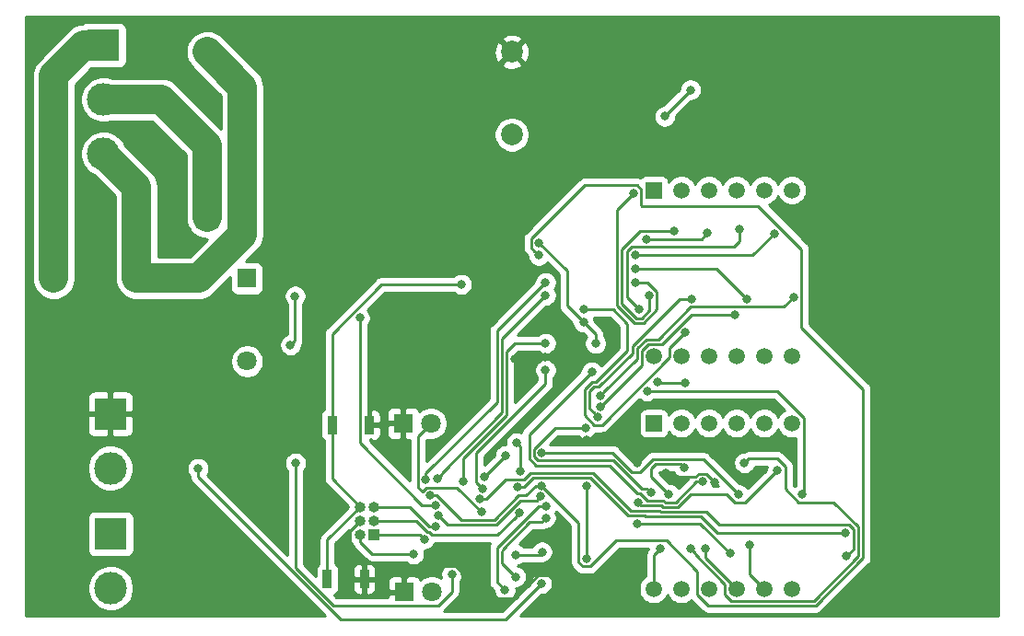
<source format=gbr>
G04 #@! TF.GenerationSoftware,KiCad,Pcbnew,(5.1.5)-3*
G04 #@! TF.CreationDate,2023-05-28T15:04:11-04:00*
G04 #@! TF.ProjectId,Controlador-temperatura,436f6e74-726f-46c6-9164-6f722d74656d,rev?*
G04 #@! TF.SameCoordinates,Original*
G04 #@! TF.FileFunction,Copper,L2,Bot*
G04 #@! TF.FilePolarity,Positive*
%FSLAX46Y46*%
G04 Gerber Fmt 4.6, Leading zero omitted, Abs format (unit mm)*
G04 Created by KiCad (PCBNEW (5.1.5)-3) date 2023-05-28 15:04:11*
%MOMM*%
%LPD*%
G04 APERTURE LIST*
%ADD10C,3.000000*%
%ADD11R,3.000000X3.000000*%
%ADD12R,1.500000X1.500000*%
%ADD13C,1.500000*%
%ADD14R,1.800000X1.800000*%
%ADD15C,1.800000*%
%ADD16R,1.000000X1.000000*%
%ADD17O,1.000000X1.000000*%
%ADD18C,2.200000*%
%ADD19C,2.000000*%
%ADD20R,2.000000X2.000000*%
%ADD21R,0.900000X1.700000*%
%ADD22C,0.800000*%
%ADD23C,0.250000*%
%ADD24C,2.700000*%
%ADD25C,0.254000*%
G04 APERTURE END LIST*
D10*
X42110000Y72420000D03*
X42110000Y77420000D03*
D11*
X42110000Y82420000D03*
D12*
X92710000Y47637700D03*
D13*
X95250000Y47637700D03*
X97790000Y47637700D03*
X100330000Y47637700D03*
X102870000Y47637700D03*
X105410000Y47637700D03*
X105410000Y32397700D03*
X102870000Y32397700D03*
X100330000Y32397700D03*
X97790000Y32397700D03*
X95250000Y32397700D03*
X92710000Y32397700D03*
X92710000Y53835300D03*
X95250000Y53835300D03*
X97790000Y53835300D03*
X100330000Y53835300D03*
X102870000Y53835300D03*
X105410000Y53835300D03*
X105410000Y69075300D03*
X102870000Y69075300D03*
X100330000Y69075300D03*
X97790000Y69075300D03*
X95250000Y69075300D03*
D12*
X92710000Y69075300D03*
D14*
X69761100Y32118300D03*
D15*
X72301100Y32118300D03*
D14*
X69672200Y47625000D03*
D15*
X72212200Y47625000D03*
D10*
X42748200Y43501300D03*
D11*
X42748200Y48501300D03*
X42786300Y37477700D03*
D10*
X42786300Y32477700D03*
D16*
X67005200Y37414200D03*
D17*
X65735200Y37414200D03*
X67005200Y38684200D03*
X65735200Y38684200D03*
X67005200Y39954200D03*
X65735200Y39954200D03*
D14*
X55321200Y60960000D03*
D15*
X55321200Y53340000D03*
D18*
X45161200Y60960000D03*
X37541200Y60960000D03*
D19*
X79663600Y81800700D03*
X79663600Y74180700D03*
X51663600Y81800700D03*
D20*
X51663600Y66560700D03*
D21*
X66533500Y47472600D03*
X63133500Y47472600D03*
X62701700Y33312100D03*
X66101700Y33312100D03*
D22*
X82150000Y64260000D03*
X86510000Y41870000D03*
X86530000Y35200000D03*
X86259835Y56925155D03*
X87360000Y54990000D03*
X82384900Y32893000D03*
X50812700Y43497500D03*
X75400000Y33770000D03*
X107690000Y57350000D03*
X115830000Y55690000D03*
X79936098Y53560000D03*
X82765000Y53690000D03*
X86534339Y46124439D03*
X91191634Y43957237D03*
X93840300Y43091100D03*
X98333600Y42198104D03*
X90563700Y32169100D03*
X96090000Y78315000D03*
X93720000Y75870000D03*
X75020000Y60420000D03*
X80390000Y39400000D03*
X80470000Y43194990D03*
X80124300Y45847000D03*
X76860000Y39480000D03*
X71613730Y36989900D03*
X70640000Y35605000D03*
X72670000Y38100000D03*
X92087754Y50596746D03*
X106375200Y41097200D03*
X100533200Y41071800D03*
X82423011Y44945310D03*
X101517660Y36467660D03*
X97430000Y36120000D03*
X87007700Y52376410D03*
X97193100Y42265600D03*
X86448900Y47218600D03*
X92480835Y41248490D03*
X93340000Y36120000D03*
X105570000Y59260000D03*
X87782400Y50190400D03*
X100136855Y57635000D03*
X87849301Y49174850D03*
X96166900Y59086900D03*
X87585319Y48210310D03*
X65670000Y57330000D03*
X72620000Y40130000D03*
X96100900Y36099998D03*
X101041200Y44005500D03*
X94103528Y41108790D03*
X95478600Y43561000D03*
X99740000Y35675000D03*
X91173300Y38431540D03*
X104101900Y43307000D03*
X91299442Y40331562D03*
X86274990Y58090000D03*
X95633960Y56026040D03*
X93022347Y51417653D03*
X95600000Y51370000D03*
X100610000Y65460000D03*
X91363875Y58116125D03*
X94590000Y65325001D03*
X92270000Y59370000D03*
X90840000Y68800000D03*
X91040000Y60620000D03*
X101240000Y59085000D03*
X91040000Y61870000D03*
X103770000Y65100000D03*
X91010000Y63150000D03*
X97670000Y65180000D03*
X92060000Y64600001D03*
X75189561Y42330439D03*
X82765000Y55000000D03*
X82765000Y52530000D03*
X76936382Y41655666D03*
X79070000Y44645000D03*
X77140000Y42689888D03*
X80000000Y35550000D03*
X82440000Y35799868D03*
X72900000Y39160000D03*
X82341451Y40893757D03*
X80014979Y33514593D03*
X82780000Y38930000D03*
X79030000Y32294990D03*
X82843760Y40029055D03*
X82140000Y63080000D03*
X72152308Y41013904D03*
X82420000Y41890679D03*
X74144560Y33749560D03*
X59780000Y43980000D03*
X82765000Y60600000D03*
X71760009Y42462555D03*
X82765000Y59410000D03*
X72805134Y42539814D03*
X110429097Y35410903D03*
X76747253Y40673701D03*
X110350000Y37570000D03*
X80203022Y41744979D03*
X59740000Y59350000D03*
X59310000Y54840000D03*
D23*
X86510000Y41870000D02*
X86510000Y35220000D01*
X86510000Y35220000D02*
X86530000Y35200000D01*
X84719986Y61690014D02*
X84719986Y58465004D01*
X82150000Y64260000D02*
X84719986Y61690014D01*
X84719986Y58465004D02*
X85859836Y57325154D01*
X85859836Y57325154D02*
X86259835Y56925155D01*
X87360000Y55824990D02*
X86259835Y56925155D01*
X87360000Y54990000D02*
X87360000Y55824990D01*
X63907378Y29585010D02*
X50812700Y42679688D01*
X82384900Y32893000D02*
X79076910Y29585010D01*
X79076910Y29585010D02*
X63907378Y29585010D01*
X50812700Y42679688D02*
X50812700Y43497500D01*
X66685900Y47625000D02*
X66533500Y47472600D01*
X69672200Y47625000D02*
X66685900Y47625000D01*
X65235201Y38184201D02*
X65735200Y38684200D01*
X64790000Y37739000D02*
X65235201Y38184201D01*
X64790000Y35723800D02*
X64790000Y37739000D01*
X66101700Y33312100D02*
X66101700Y34412100D01*
X66101700Y34412100D02*
X64790000Y35723800D01*
X66101700Y33312100D02*
X67137900Y33312100D01*
X68331700Y32118300D02*
X69761100Y32118300D01*
X67137900Y33312100D02*
X68331700Y32118300D01*
X69761100Y33268300D02*
X69761100Y32118300D01*
X70967361Y34474561D02*
X69761100Y33268300D01*
X74492561Y34474561D02*
X70967361Y34474561D01*
X75400000Y33567122D02*
X74492561Y34474561D01*
X75400000Y33770000D02*
X75400000Y33567122D01*
X107690000Y57350000D02*
X114170000Y57350000D01*
X114170000Y57350000D02*
X115830000Y55690000D01*
X79936098Y53560000D02*
X82635000Y53560000D01*
X82635000Y53560000D02*
X82765000Y53690000D01*
X89024432Y46124439D02*
X91191634Y43957237D01*
X86534339Y46124439D02*
X89024432Y46124439D01*
X97541103Y42990601D02*
X98333600Y42198104D01*
X96570108Y42715610D02*
X96845099Y42990601D01*
X94781475Y42715610D02*
X96570108Y42715610D01*
X96845099Y42990601D02*
X97541103Y42990601D01*
X94405985Y43091100D02*
X94781475Y42715610D01*
X93840300Y43091100D02*
X94405985Y43091100D01*
X82036899Y33618001D02*
X90359399Y33618001D01*
X75400000Y33770000D02*
X77600011Y31569989D01*
X79988887Y31569989D02*
X82036899Y33618001D01*
X77600011Y31569989D02*
X79988887Y31569989D01*
X90359399Y33618001D02*
X90576400Y33401000D01*
X90576400Y33401000D02*
X90576400Y32181800D01*
X90576400Y32181800D02*
X90563700Y32169100D01*
X62701700Y36920700D02*
X62701700Y33312100D01*
X65735200Y39954200D02*
X62701700Y36920700D01*
X63133500Y42555900D02*
X65735200Y39954200D01*
X63133500Y47472600D02*
X63133500Y42555900D01*
X96090000Y78315000D02*
X93720000Y75945000D01*
X93720000Y75945000D02*
X93720000Y75870000D01*
X67686998Y60420000D02*
X75020000Y60420000D01*
X63133500Y47472600D02*
X63133500Y55866502D01*
X63133500Y55866502D02*
X67686998Y60420000D01*
X78364998Y37374998D02*
X79990001Y39000001D01*
X72318592Y37374998D02*
X78364998Y37374998D01*
X70879390Y38684200D02*
X71913600Y37649989D01*
X72043601Y37649989D02*
X72318592Y37374998D01*
X79990001Y39000001D02*
X80390000Y39400000D01*
X71913600Y37649989D02*
X72043601Y37649989D01*
X67005200Y38684200D02*
X70879390Y38684200D01*
X80470000Y43194990D02*
X80470000Y45501300D01*
X80470000Y45501300D02*
X80124300Y45847000D01*
X71427306Y41335694D02*
X71034999Y41728001D01*
X71034999Y46447799D02*
X71312201Y46725001D01*
X71034999Y41728001D02*
X71034999Y46447799D01*
X71830518Y41738906D02*
X71427306Y41335694D01*
X76860000Y39480000D02*
X74601094Y41738906D01*
X74601094Y41738906D02*
X71830518Y41738906D01*
X71312201Y46725001D02*
X72212200Y47625000D01*
D24*
X40350000Y82420000D02*
X42110000Y82420000D01*
X37541200Y60960000D02*
X37541200Y79611200D01*
X37541200Y79611200D02*
X40350000Y82420000D01*
X51663600Y66560700D02*
X51663600Y73156400D01*
X47400000Y77420000D02*
X42110000Y77420000D01*
X51663600Y73156400D02*
X47400000Y77420000D01*
X45161200Y69368800D02*
X42110000Y72420000D01*
X45161200Y60960000D02*
X45161200Y69368800D01*
X50852902Y60960000D02*
X54900000Y65007098D01*
X54900000Y78564300D02*
X52663599Y80800701D01*
X45161200Y60960000D02*
X50852902Y60960000D01*
X52663599Y80800701D02*
X51663600Y81800700D01*
X54900000Y65007098D02*
X54900000Y78564300D01*
D23*
X71189430Y37414200D02*
X71613730Y36989900D01*
X67005200Y37414200D02*
X71189430Y37414200D01*
X65735200Y36707094D02*
X65735200Y37414200D01*
X66837294Y35605000D02*
X65735200Y36707094D01*
X70640000Y35605000D02*
X66837294Y35605000D01*
X72100000Y38100000D02*
X72670000Y38100000D01*
X67005200Y39954200D02*
X70245800Y39954200D01*
X70245800Y39954200D02*
X72100000Y38100000D01*
X106485001Y48153701D02*
X106485001Y41207001D01*
X106485001Y41207001D02*
X106375200Y41097200D01*
X92087754Y50596746D02*
X104041956Y50596746D01*
X104041956Y50596746D02*
X106485001Y48153701D01*
X97276489Y44328511D02*
X92621516Y44328511D01*
X92621516Y44328511D02*
X91445927Y43152922D01*
X90711576Y43152922D02*
X88919188Y44945310D01*
X88919188Y44945310D02*
X82988696Y44945310D01*
X100533200Y41071800D02*
X97276489Y44328511D01*
X82988696Y44945310D02*
X82423011Y44945310D01*
X91445927Y43152922D02*
X90711576Y43152922D01*
X102870000Y32397700D02*
X101517660Y33750040D01*
X101517660Y33750040D02*
X101517660Y36467660D01*
X100330000Y32397700D02*
X97430000Y35297700D01*
X97430000Y35297700D02*
X97430000Y36120000D01*
X81247990Y44410898D02*
X81888599Y43770289D01*
X87007700Y52376410D02*
X81247990Y46616700D01*
X91173782Y41211500D02*
X91444823Y41211500D01*
X81247990Y46616700D02*
X81247990Y44410898D01*
X81888599Y43770289D02*
X88614993Y43770289D01*
X88614993Y43770289D02*
X91173782Y41211500D01*
X91444823Y41211500D02*
X92132834Y40523489D01*
X92132834Y40523489D02*
X93615825Y40523489D01*
X93615825Y40523489D02*
X93755526Y40383788D01*
X93755526Y40383788D02*
X94745603Y40383788D01*
X96627415Y42265600D02*
X97193100Y42265600D01*
X94745603Y40383788D02*
X96627415Y42265600D01*
X83623298Y47218600D02*
X81698001Y45293303D01*
X81698001Y45293303D02*
X81698001Y44597297D01*
X81698001Y44597297D02*
X82074998Y44220300D01*
X82074998Y44220300D02*
X89007788Y44220299D01*
X89007788Y44220299D02*
X91579598Y41648489D01*
X91579598Y41648489D02*
X92080836Y41648489D01*
X92080836Y41648489D02*
X92480835Y41248490D01*
X86448900Y47218600D02*
X83623298Y47218600D01*
X92710000Y32397700D02*
X92710000Y35490000D01*
X92710000Y35490000D02*
X93340000Y36120000D01*
X88182399Y50590399D02*
X87782400Y50190400D01*
X92007599Y55360312D02*
X91184988Y54537701D01*
X105570000Y59260000D02*
X104670000Y58360000D01*
X91184988Y54537701D02*
X91184988Y53592988D01*
X93117412Y55360312D02*
X92007599Y55360312D01*
X104670000Y58360000D02*
X96117100Y58360000D01*
X91184988Y53592988D02*
X88182399Y50590399D01*
X96117100Y58360000D02*
X93117412Y55360312D01*
X92193999Y54910301D02*
X91634999Y54351301D01*
X91634999Y54351301D02*
X91634999Y52960548D01*
X93468911Y54910301D02*
X92193999Y54910301D01*
X100136855Y57635000D02*
X96193610Y57635000D01*
X91634999Y52960548D02*
X88249300Y49574849D01*
X88249300Y49574849D02*
X87849301Y49174850D01*
X96193610Y57635000D02*
X93468911Y54910301D01*
X90734977Y54724101D02*
X90734977Y54070076D01*
X87669201Y51004301D02*
X87231199Y51004301D01*
X87231199Y51004301D02*
X86803399Y50576501D01*
X95097776Y59086900D02*
X90734977Y54724101D01*
X90734977Y54070076D02*
X87669201Y51004301D01*
X96166900Y59086900D02*
X95097776Y59086900D01*
X87185320Y48610309D02*
X87585319Y48210310D01*
X86803399Y50576501D02*
X86803399Y48992230D01*
X86803399Y48992230D02*
X87185320Y48610309D01*
X65670000Y45884315D02*
X71424315Y40130000D01*
X71424315Y40130000D02*
X72054315Y40130000D01*
X65670000Y57330000D02*
X65670000Y45884315D01*
X72054315Y40130000D02*
X72620000Y40130000D01*
X99813999Y31322699D02*
X107413895Y31322699D01*
X99254999Y32836291D02*
X99254999Y31881699D01*
X101131201Y44032001D02*
X101104700Y44005500D01*
X101104700Y44005500D02*
X101041200Y44005500D01*
X111525011Y35433815D02*
X111525010Y38104402D01*
X96100900Y36099998D02*
X96500899Y35699999D01*
X104826901Y41572497D02*
X104826901Y43655001D01*
X106027199Y40372199D02*
X104826901Y41572497D01*
X104826901Y43655001D02*
X104076403Y44405499D01*
X104076403Y44405499D02*
X101441199Y44405499D01*
X101441199Y44405499D02*
X101041200Y44005500D01*
X109257213Y40372199D02*
X106027199Y40372199D01*
X111525010Y38104402D02*
X109257213Y40372199D01*
X107413895Y31322699D02*
X111525011Y35433815D01*
X99254999Y31881699D02*
X99813999Y31322699D01*
X96500899Y35590391D02*
X99254999Y32836291D01*
X96500899Y35699999D02*
X96500899Y35590391D01*
X95161100Y43878500D02*
X95478600Y43561000D01*
X92862400Y43878500D02*
X95161100Y43878500D01*
X92468700Y43484800D02*
X92862400Y43878500D01*
X94103528Y41108790D02*
X92468700Y42743618D01*
X92468700Y42743618D02*
X92468700Y43484800D01*
X96983460Y38431540D02*
X91738985Y38431540D01*
X91738985Y38431540D02*
X91173300Y38431540D01*
X99740000Y35675000D02*
X96983460Y38431540D01*
X91557526Y40073478D02*
X91299442Y40331562D01*
X99448608Y41083390D02*
X96081616Y41083390D01*
X93429425Y40073478D02*
X91557526Y40073478D01*
X93569126Y39933777D02*
X93429425Y40073478D01*
X96081616Y41083390D02*
X94932003Y39933777D01*
X94932003Y39933777D02*
X93569126Y39933777D01*
X100185199Y40346799D02*
X99448608Y41083390D01*
X101141699Y40346799D02*
X100185199Y40346799D01*
X104101900Y43307000D02*
X101141699Y40346799D01*
X88963300Y58090000D02*
X90246200Y56807100D01*
X90246200Y54279800D02*
X87420712Y51454312D01*
X94174999Y54567079D02*
X95233961Y55626041D01*
X86274990Y58090000D02*
X88963300Y58090000D01*
X87044799Y51454312D02*
X86353388Y50762901D01*
X86353388Y50762901D02*
X86353388Y48374416D01*
X87420712Y51454312D02*
X87044799Y51454312D01*
X87951002Y47485300D02*
X94174999Y53709297D01*
X87242504Y47485300D02*
X87951002Y47485300D01*
X94174999Y53709297D02*
X94174999Y54567079D01*
X90246200Y56807100D02*
X90246200Y54279800D01*
X86353388Y48374416D02*
X87242504Y47485300D01*
X95233961Y55626041D02*
X95633960Y56026040D01*
X93070000Y51370000D02*
X93022347Y51417653D01*
X95600000Y51370000D02*
X93070000Y51370000D01*
X90963876Y58516124D02*
X91363875Y58116125D01*
X90244998Y59235002D02*
X90963876Y58516124D01*
X99284999Y63875001D02*
X90661999Y63875001D01*
X100610000Y64400000D02*
X100080000Y63870000D01*
X99290000Y63870000D02*
X99284999Y63875001D01*
X90661999Y63875001D02*
X90244998Y63458000D01*
X100080000Y63870000D02*
X99290000Y63870000D01*
X90244998Y63458000D02*
X90244998Y59235002D01*
X100610000Y65460000D02*
X100610000Y64400000D01*
X92270000Y57996931D02*
X91588069Y57315000D01*
X94024315Y65325001D02*
X94590000Y65325001D01*
X91588069Y57315000D02*
X91091998Y57315000D01*
X91475588Y65325001D02*
X94024315Y65325001D01*
X89794987Y62404402D02*
X89794987Y63644400D01*
X89784987Y58622011D02*
X89784987Y62394402D01*
X92270000Y59370000D02*
X92270000Y57996931D01*
X91091998Y57315000D02*
X89784987Y58622011D01*
X89784987Y62394402D02*
X89794987Y62404402D01*
X89794987Y63644400D02*
X91475588Y65325001D01*
X89344976Y62590802D02*
X89344976Y67304976D01*
X91040000Y60620000D02*
X92093002Y60620000D01*
X92093002Y60620000D02*
X92995001Y59718001D01*
X92995001Y59718001D02*
X92995001Y58085522D01*
X89334976Y58435611D02*
X89334976Y62580802D01*
X91774468Y56864989D02*
X90905598Y56864989D01*
X89334976Y62580802D02*
X89344976Y62590802D01*
X90905598Y56864989D02*
X89334976Y58435611D01*
X90440001Y68400001D02*
X90840000Y68800000D01*
X89344976Y67304976D02*
X90440001Y68400001D01*
X92995001Y58085522D02*
X91774468Y56864989D01*
X98455000Y61870000D02*
X91040000Y61870000D01*
X101240000Y59085000D02*
X98455000Y61870000D01*
X91575685Y63150000D02*
X91585685Y63140000D01*
X91010000Y63150000D02*
X91575685Y63150000D01*
X101810000Y63140000D02*
X103770000Y65100000D01*
X91585685Y63140000D02*
X101810000Y63140000D01*
X97670000Y65180000D02*
X97090001Y64600001D01*
X97090001Y64600001D02*
X92060000Y64600001D01*
X79950000Y55000000D02*
X82765000Y55000000D01*
X79210000Y54260000D02*
X79950000Y55000000D01*
X79210000Y48415730D02*
X79210000Y54260000D01*
X75189561Y42330439D02*
X75189561Y44395291D01*
X75189561Y44395291D02*
X79210000Y48415730D01*
X76414999Y42177049D02*
X76936382Y41655666D01*
X76414999Y44924999D02*
X76414999Y42177049D01*
X82765000Y52530000D02*
X82765000Y51275000D01*
X82765000Y51275000D02*
X76414999Y44924999D01*
X79070000Y44619888D02*
X79070000Y44645000D01*
X77140000Y42689888D02*
X79070000Y44619888D01*
X80000000Y35550000D02*
X82190132Y35550000D01*
X82190132Y35550000D02*
X82440000Y35799868D01*
X73755011Y38304989D02*
X78221987Y38304989D01*
X81941452Y40493758D02*
X82341451Y40893757D01*
X72900000Y39160000D02*
X73755011Y38304989D01*
X80410756Y40493758D02*
X81941452Y40493758D01*
X78221987Y38304989D02*
X80410756Y40493758D01*
X82380001Y38530001D02*
X82780000Y38930000D01*
X81310001Y38530001D02*
X82380001Y38530001D01*
X78750000Y34779572D02*
X78750000Y35840000D01*
X80014979Y33514593D02*
X78750000Y34779572D01*
X78750000Y35840000D02*
X78830000Y35920000D01*
X78830000Y35920000D02*
X78830000Y36050000D01*
X78830000Y36050000D02*
X81310001Y38530001D01*
X82278075Y40029055D02*
X82843760Y40029055D01*
X82162516Y40029055D02*
X82278075Y40029055D01*
X78299989Y36166528D02*
X82162516Y40029055D01*
X78299989Y33025001D02*
X78299989Y36166528D01*
X79030000Y32294990D02*
X78299989Y33025001D01*
X72769098Y41013904D02*
X75028003Y38754999D01*
X81854315Y41890679D02*
X82420000Y41890679D01*
X80983613Y41019977D02*
X81854315Y41890679D01*
X80293953Y41019977D02*
X80983613Y41019977D01*
X78028975Y38754999D02*
X80293953Y41019977D01*
X72152308Y41013904D02*
X72769098Y41013904D01*
X75028003Y38754999D02*
X78028975Y38754999D01*
X81740001Y63479999D02*
X82140000Y63080000D01*
X81424999Y63795001D02*
X81740001Y63479999D01*
X81424999Y64608001D02*
X81424999Y63795001D01*
X86341999Y69525001D02*
X81424999Y64608001D01*
X91188001Y69525001D02*
X86341999Y69525001D01*
X91565001Y69148001D02*
X91188001Y69525001D01*
X91565001Y67697999D02*
X91565001Y69148001D01*
X91622800Y67640200D02*
X91565001Y67697999D01*
X102302802Y67640200D02*
X91622800Y67640200D01*
X106295001Y63648001D02*
X102302802Y67640200D01*
X111975020Y50791372D02*
X106295001Y56471391D01*
X111975020Y35247416D02*
X111975020Y50791372D01*
X107600296Y30872690D02*
X111975020Y35247416D01*
X97724008Y30872690D02*
X107600296Y30872690D01*
X96714999Y31881699D02*
X97724008Y30872690D01*
X96714999Y34031701D02*
X96714999Y31881699D01*
X93901699Y36845001D02*
X96714999Y34031701D01*
X89248003Y36845001D02*
X93901699Y36845001D01*
X106295001Y56471391D02*
X106295001Y63648001D01*
X86878001Y34474999D02*
X89248003Y36845001D01*
X86181999Y34474999D02*
X86878001Y34474999D01*
X85804999Y34851999D02*
X86181999Y34474999D01*
X85804999Y38505680D02*
X85804999Y34851999D01*
X82420000Y41890679D02*
X85804999Y38505680D01*
X74144560Y33749560D02*
X74144560Y32154560D01*
X59780000Y34348798D02*
X59780000Y43414315D01*
X72883299Y30893299D02*
X63235499Y30893299D01*
X59780000Y43414315D02*
X59780000Y43980000D01*
X63235499Y30893299D02*
X59780000Y34348798D01*
X74144560Y32154560D02*
X72883299Y30893299D01*
X82765000Y60600000D02*
X78309978Y56144978D01*
X71760009Y43028240D02*
X71760009Y42462555D01*
X78309978Y49578209D02*
X71760009Y43028240D01*
X78309978Y56144978D02*
X78309978Y49578209D01*
X78759989Y55404989D02*
X78759989Y48602129D01*
X73205133Y42939813D02*
X72805134Y42539814D01*
X73205133Y43047273D02*
X73205133Y42939813D01*
X82765000Y59410000D02*
X78759989Y55404989D01*
X78759989Y48602129D02*
X73205133Y43047273D01*
X98717100Y38315900D02*
X97549234Y39483766D01*
X79109226Y42469989D02*
X77312938Y40673701D01*
X77312938Y40673701D02*
X76747253Y40673701D01*
X80778001Y42469989D02*
X79109226Y42469989D01*
X90631939Y39606561D02*
X87172800Y43065700D01*
X110429097Y35410903D02*
X111075001Y36056807D01*
X93259931Y39606561D02*
X90631939Y39606561D01*
X81373712Y43065700D02*
X80778001Y42469989D01*
X87172800Y43065700D02*
X81373712Y43065700D01*
X93382726Y39483766D02*
X93259931Y39606561D01*
X97549234Y39483766D02*
X93382726Y39483766D01*
X110677102Y38315900D02*
X98717100Y38315900D01*
X111075001Y37918001D02*
X110677102Y38315900D01*
X111075001Y36056807D02*
X111075001Y37918001D01*
X110350000Y37570000D02*
X98535900Y37570000D01*
X98535900Y37570000D02*
X97072145Y39033755D01*
X97072145Y39033755D02*
X91956638Y39033755D01*
X90332650Y39156550D02*
X86873511Y42615689D01*
X86873511Y42615689D02*
X81639417Y42615689D01*
X80768707Y41744979D02*
X80203022Y41744979D01*
X81639417Y42615689D02*
X80768707Y41744979D01*
X91956638Y39033755D02*
X91833843Y39156550D01*
X91833843Y39156550D02*
X90332650Y39156550D01*
X59740000Y59350000D02*
X59740000Y55270000D01*
X59740000Y55270000D02*
X59310000Y54840000D01*
D25*
G36*
X124410001Y29895000D02*
G01*
X80461701Y29895000D01*
X82424702Y31858000D01*
X82486839Y31858000D01*
X82686798Y31897774D01*
X82875156Y31975795D01*
X83044674Y32089063D01*
X83188837Y32233226D01*
X83302105Y32402744D01*
X83380126Y32591102D01*
X83419900Y32791061D01*
X83419900Y32994939D01*
X83380126Y33194898D01*
X83302105Y33383256D01*
X83188837Y33552774D01*
X83044674Y33696937D01*
X82875156Y33810205D01*
X82686798Y33888226D01*
X82486839Y33928000D01*
X82282961Y33928000D01*
X82083002Y33888226D01*
X81894644Y33810205D01*
X81725126Y33696937D01*
X81580963Y33552774D01*
X81467695Y33383256D01*
X81389674Y33194898D01*
X81349900Y32994939D01*
X81349900Y32932802D01*
X78762109Y30345010D01*
X73413201Y30345010D01*
X73423300Y30353298D01*
X73447102Y30382301D01*
X74655568Y31590765D01*
X74684561Y31614559D01*
X74708355Y31643552D01*
X74708359Y31643556D01*
X74779533Y31730283D01*
X74779534Y31730284D01*
X74850106Y31862313D01*
X74893563Y32005574D01*
X74904560Y32117227D01*
X74904560Y32117236D01*
X74908236Y32154559D01*
X74904560Y32191882D01*
X74904560Y33045849D01*
X74948497Y33089786D01*
X75061765Y33259304D01*
X75139786Y33447662D01*
X75179560Y33647621D01*
X75179560Y33851499D01*
X75139786Y34051458D01*
X75061765Y34239816D01*
X74948497Y34409334D01*
X74804334Y34553497D01*
X74634816Y34666765D01*
X74446458Y34744786D01*
X74246499Y34784560D01*
X74042621Y34784560D01*
X73842662Y34744786D01*
X73654304Y34666765D01*
X73484786Y34553497D01*
X73340623Y34409334D01*
X73227355Y34239816D01*
X73149334Y34051458D01*
X73109560Y33851499D01*
X73109560Y33647621D01*
X73149334Y33447662D01*
X73177974Y33378520D01*
X73028195Y33478599D01*
X72748843Y33594311D01*
X72452284Y33653300D01*
X72149916Y33653300D01*
X71853357Y33594311D01*
X71574005Y33478599D01*
X71322595Y33310612D01*
X71256156Y33244173D01*
X71250602Y33262480D01*
X71191637Y33372794D01*
X71112285Y33469485D01*
X71015594Y33548837D01*
X70905280Y33607802D01*
X70785582Y33644112D01*
X70661100Y33656372D01*
X70046850Y33653300D01*
X69888100Y33494550D01*
X69888100Y32245300D01*
X69908100Y32245300D01*
X69908100Y31991300D01*
X69888100Y31991300D01*
X69888100Y31971300D01*
X69634100Y31971300D01*
X69634100Y31991300D01*
X68384850Y31991300D01*
X68226100Y31832550D01*
X68225204Y31653299D01*
X63550301Y31653299D01*
X63346102Y31857498D01*
X63395880Y31872598D01*
X63506194Y31931563D01*
X63602885Y32010915D01*
X63682237Y32107606D01*
X63741202Y32217920D01*
X63777512Y32337618D01*
X63789772Y32462100D01*
X65013628Y32462100D01*
X65025888Y32337618D01*
X65062198Y32217920D01*
X65121163Y32107606D01*
X65200515Y32010915D01*
X65297206Y31931563D01*
X65407520Y31872598D01*
X65527218Y31836288D01*
X65651700Y31824028D01*
X65815950Y31827100D01*
X65974700Y31985850D01*
X65974700Y33185100D01*
X66228700Y33185100D01*
X66228700Y31985850D01*
X66387450Y31827100D01*
X66551700Y31824028D01*
X66676182Y31836288D01*
X66795880Y31872598D01*
X66906194Y31931563D01*
X67002885Y32010915D01*
X67082237Y32107606D01*
X67141202Y32217920D01*
X67177512Y32337618D01*
X67189772Y32462100D01*
X67186744Y33018300D01*
X68223028Y33018300D01*
X68226100Y32404050D01*
X68384850Y32245300D01*
X69634100Y32245300D01*
X69634100Y33494550D01*
X69475350Y33653300D01*
X68861100Y33656372D01*
X68736618Y33644112D01*
X68616920Y33607802D01*
X68506606Y33548837D01*
X68409915Y33469485D01*
X68330563Y33372794D01*
X68271598Y33262480D01*
X68235288Y33142782D01*
X68223028Y33018300D01*
X67186744Y33018300D01*
X67186700Y33026350D01*
X67027950Y33185100D01*
X66228700Y33185100D01*
X65974700Y33185100D01*
X65175450Y33185100D01*
X65016700Y33026350D01*
X65013628Y32462100D01*
X63789772Y32462100D01*
X63789772Y34162100D01*
X65013628Y34162100D01*
X65016700Y33597850D01*
X65175450Y33439100D01*
X65974700Y33439100D01*
X65974700Y34638350D01*
X66228700Y34638350D01*
X66228700Y33439100D01*
X67027950Y33439100D01*
X67186700Y33597850D01*
X67189772Y34162100D01*
X67177512Y34286582D01*
X67141202Y34406280D01*
X67082237Y34516594D01*
X67002885Y34613285D01*
X66906194Y34692637D01*
X66795880Y34751602D01*
X66676182Y34787912D01*
X66551700Y34800172D01*
X66387450Y34797100D01*
X66228700Y34638350D01*
X65974700Y34638350D01*
X65815950Y34797100D01*
X65651700Y34800172D01*
X65527218Y34787912D01*
X65407520Y34751602D01*
X65297206Y34692637D01*
X65200515Y34613285D01*
X65121163Y34516594D01*
X65062198Y34406280D01*
X65025888Y34286582D01*
X65013628Y34162100D01*
X63789772Y34162100D01*
X63777512Y34286582D01*
X63741202Y34406280D01*
X63682237Y34516594D01*
X63602885Y34613285D01*
X63506194Y34692637D01*
X63461700Y34716420D01*
X63461700Y36605899D01*
X64674045Y37818243D01*
X64643817Y37745267D01*
X64600200Y37525988D01*
X64600200Y37302412D01*
X64643817Y37083133D01*
X64729376Y36876576D01*
X64853588Y36690680D01*
X64986214Y36558054D01*
X65027515Y36421898D01*
X65029654Y36414848D01*
X65100226Y36282818D01*
X65139470Y36235000D01*
X65195199Y36167093D01*
X65224202Y36143290D01*
X66273495Y35093997D01*
X66297293Y35064999D01*
X66413018Y34970026D01*
X66545047Y34899454D01*
X66688308Y34855997D01*
X66799961Y34845000D01*
X66799970Y34845000D01*
X66837293Y34841324D01*
X66874616Y34845000D01*
X69936289Y34845000D01*
X69980226Y34801063D01*
X70149744Y34687795D01*
X70338102Y34609774D01*
X70538061Y34570000D01*
X70741939Y34570000D01*
X70941898Y34609774D01*
X71130256Y34687795D01*
X71299774Y34801063D01*
X71443937Y34945226D01*
X71557205Y35114744D01*
X71635226Y35303102D01*
X71675000Y35503061D01*
X71675000Y35706939D01*
X71635226Y35906898D01*
X71615343Y35954900D01*
X71715669Y35954900D01*
X71915628Y35994674D01*
X72103986Y36072695D01*
X72273504Y36185963D01*
X72417667Y36330126D01*
X72530935Y36499644D01*
X72578717Y36614998D01*
X77684871Y36614998D01*
X77665015Y36590804D01*
X77594443Y36458774D01*
X77566217Y36365721D01*
X77550987Y36315514D01*
X77545081Y36255546D01*
X77536313Y36166528D01*
X77539990Y36129196D01*
X77539989Y33062324D01*
X77536313Y33025001D01*
X77539989Y32987679D01*
X77539989Y32987669D01*
X77550986Y32876016D01*
X77587897Y32754334D01*
X77594443Y32732755D01*
X77665015Y32600725D01*
X77682980Y32578835D01*
X77759988Y32485000D01*
X77788991Y32461198D01*
X77995000Y32255188D01*
X77995000Y32193051D01*
X78034774Y31993092D01*
X78112795Y31804734D01*
X78226063Y31635216D01*
X78370226Y31491053D01*
X78539744Y31377785D01*
X78728102Y31299764D01*
X78928061Y31259990D01*
X79131939Y31259990D01*
X79331898Y31299764D01*
X79520256Y31377785D01*
X79689774Y31491053D01*
X79833937Y31635216D01*
X79947205Y31804734D01*
X80025226Y31993092D01*
X80065000Y32193051D01*
X80065000Y32396929D01*
X80048557Y32479593D01*
X80116918Y32479593D01*
X80316877Y32519367D01*
X80505235Y32597388D01*
X80674753Y32710656D01*
X80818916Y32854819D01*
X80932184Y33024337D01*
X81010205Y33212695D01*
X81049979Y33412654D01*
X81049979Y33616532D01*
X81010205Y33816491D01*
X80932184Y34004849D01*
X80818916Y34174367D01*
X80674753Y34318530D01*
X80505235Y34431798D01*
X80316877Y34509819D01*
X80196385Y34533786D01*
X80301898Y34554774D01*
X80490256Y34632795D01*
X80659774Y34746063D01*
X80703711Y34790000D01*
X82152810Y34790000D01*
X82190132Y34786324D01*
X82216926Y34788963D01*
X82338061Y34764868D01*
X82541939Y34764868D01*
X82741898Y34804642D01*
X82930256Y34882663D01*
X83099774Y34995931D01*
X83243937Y35140094D01*
X83357205Y35309612D01*
X83435226Y35497970D01*
X83475000Y35697929D01*
X83475000Y35901807D01*
X83435226Y36101766D01*
X83357205Y36290124D01*
X83243937Y36459642D01*
X83099774Y36603805D01*
X82930256Y36717073D01*
X82741898Y36795094D01*
X82541939Y36834868D01*
X82338061Y36834868D01*
X82138102Y36795094D01*
X81949744Y36717073D01*
X81780226Y36603805D01*
X81636063Y36459642D01*
X81536076Y36310000D01*
X80703711Y36310000D01*
X80659774Y36353937D01*
X80490256Y36467205D01*
X80371286Y36516484D01*
X81624803Y37770001D01*
X82342679Y37770001D01*
X82380001Y37766325D01*
X82417323Y37770001D01*
X82417334Y37770001D01*
X82528987Y37780998D01*
X82672248Y37824455D01*
X82804226Y37895000D01*
X82881939Y37895000D01*
X83081898Y37934774D01*
X83270256Y38012795D01*
X83439774Y38126063D01*
X83583937Y38270226D01*
X83697205Y38439744D01*
X83775226Y38628102D01*
X83815000Y38828061D01*
X83815000Y39031939D01*
X83775226Y39231898D01*
X83697205Y39420256D01*
X83689481Y39431816D01*
X83735375Y39500501D01*
X85044999Y38190877D01*
X85045000Y34889331D01*
X85041323Y34851999D01*
X85045000Y34814666D01*
X85055997Y34703013D01*
X85060613Y34687795D01*
X85099453Y34559753D01*
X85170025Y34427723D01*
X85217634Y34369712D01*
X85264999Y34311998D01*
X85293997Y34288200D01*
X85618195Y33964002D01*
X85641998Y33934998D01*
X85757723Y33840025D01*
X85864969Y33782700D01*
X85889752Y33769453D01*
X86033013Y33725996D01*
X86181999Y33711322D01*
X86219332Y33714999D01*
X86840679Y33714999D01*
X86878001Y33711323D01*
X86915323Y33714999D01*
X86915334Y33714999D01*
X87026987Y33725996D01*
X87170248Y33769453D01*
X87302277Y33840025D01*
X87418002Y33934998D01*
X87441805Y33964002D01*
X89562805Y36085001D01*
X92230200Y36085001D01*
X92198998Y36053799D01*
X92170000Y36030001D01*
X92146202Y36001003D01*
X92146201Y36001002D01*
X92075026Y35914276D01*
X92004454Y35782246D01*
X91960998Y35638985D01*
X91946324Y35490000D01*
X91950001Y35452668D01*
X91950000Y33555609D01*
X91827114Y33473499D01*
X91634201Y33280586D01*
X91482629Y33053743D01*
X91378225Y32801689D01*
X91325000Y32534111D01*
X91325000Y32261289D01*
X91378225Y31993711D01*
X91482629Y31741657D01*
X91634201Y31514814D01*
X91827114Y31321901D01*
X92053957Y31170329D01*
X92306011Y31065925D01*
X92573589Y31012700D01*
X92846411Y31012700D01*
X93113989Y31065925D01*
X93366043Y31170329D01*
X93592886Y31321901D01*
X93785799Y31514814D01*
X93937371Y31741657D01*
X93980000Y31844573D01*
X94022629Y31741657D01*
X94174201Y31514814D01*
X94367114Y31321901D01*
X94593957Y31170329D01*
X94846011Y31065925D01*
X95113589Y31012700D01*
X95386411Y31012700D01*
X95653989Y31065925D01*
X95906043Y31170329D01*
X96132886Y31321901D01*
X96164940Y31353955D01*
X96174999Y31341698D01*
X96203997Y31317900D01*
X97160209Y30361687D01*
X97184007Y30332689D01*
X97299732Y30237716D01*
X97431761Y30167144D01*
X97575022Y30123687D01*
X97686675Y30112690D01*
X97686684Y30112690D01*
X97724007Y30109014D01*
X97761330Y30112690D01*
X107562974Y30112690D01*
X107600296Y30109014D01*
X107637619Y30112690D01*
X107637629Y30112690D01*
X107749282Y30123687D01*
X107892543Y30167144D01*
X108024572Y30237716D01*
X108140297Y30332689D01*
X108164100Y30361693D01*
X112486024Y34683618D01*
X112515021Y34707415D01*
X112609994Y34823140D01*
X112680566Y34955169D01*
X112724023Y35098430D01*
X112735020Y35210083D01*
X112735020Y35210092D01*
X112738696Y35247415D01*
X112735020Y35284738D01*
X112735020Y50754049D01*
X112738696Y50791372D01*
X112735020Y50828695D01*
X112735020Y50828705D01*
X112724023Y50940358D01*
X112680566Y51083619D01*
X112663389Y51115755D01*
X112609994Y51215649D01*
X112538819Y51302375D01*
X112515021Y51331373D01*
X112486023Y51355171D01*
X107055001Y56786192D01*
X107055001Y63610678D01*
X107058677Y63648001D01*
X107055001Y63685324D01*
X107055001Y63685334D01*
X107044004Y63796987D01*
X107000547Y63940248D01*
X106985845Y63967754D01*
X106929975Y64072278D01*
X106858800Y64159004D01*
X106835002Y64188002D01*
X106806004Y64211800D01*
X103274193Y67743610D01*
X103526043Y67847929D01*
X103752886Y67999501D01*
X103945799Y68192414D01*
X104097371Y68419257D01*
X104140000Y68522173D01*
X104182629Y68419257D01*
X104334201Y68192414D01*
X104527114Y67999501D01*
X104753957Y67847929D01*
X105006011Y67743525D01*
X105273589Y67690300D01*
X105546411Y67690300D01*
X105813989Y67743525D01*
X106066043Y67847929D01*
X106292886Y67999501D01*
X106485799Y68192414D01*
X106637371Y68419257D01*
X106741775Y68671311D01*
X106795000Y68938889D01*
X106795000Y69211711D01*
X106741775Y69479289D01*
X106637371Y69731343D01*
X106485799Y69958186D01*
X106292886Y70151099D01*
X106066043Y70302671D01*
X105813989Y70407075D01*
X105546411Y70460300D01*
X105273589Y70460300D01*
X105006011Y70407075D01*
X104753957Y70302671D01*
X104527114Y70151099D01*
X104334201Y69958186D01*
X104182629Y69731343D01*
X104140000Y69628427D01*
X104097371Y69731343D01*
X103945799Y69958186D01*
X103752886Y70151099D01*
X103526043Y70302671D01*
X103273989Y70407075D01*
X103006411Y70460300D01*
X102733589Y70460300D01*
X102466011Y70407075D01*
X102213957Y70302671D01*
X101987114Y70151099D01*
X101794201Y69958186D01*
X101642629Y69731343D01*
X101600000Y69628427D01*
X101557371Y69731343D01*
X101405799Y69958186D01*
X101212886Y70151099D01*
X100986043Y70302671D01*
X100733989Y70407075D01*
X100466411Y70460300D01*
X100193589Y70460300D01*
X99926011Y70407075D01*
X99673957Y70302671D01*
X99447114Y70151099D01*
X99254201Y69958186D01*
X99102629Y69731343D01*
X99060000Y69628427D01*
X99017371Y69731343D01*
X98865799Y69958186D01*
X98672886Y70151099D01*
X98446043Y70302671D01*
X98193989Y70407075D01*
X97926411Y70460300D01*
X97653589Y70460300D01*
X97386011Y70407075D01*
X97133957Y70302671D01*
X96907114Y70151099D01*
X96714201Y69958186D01*
X96562629Y69731343D01*
X96520000Y69628427D01*
X96477371Y69731343D01*
X96325799Y69958186D01*
X96132886Y70151099D01*
X95906043Y70302671D01*
X95653989Y70407075D01*
X95386411Y70460300D01*
X95113589Y70460300D01*
X94846011Y70407075D01*
X94593957Y70302671D01*
X94367114Y70151099D01*
X94174201Y69958186D01*
X94096445Y69841817D01*
X94085812Y69949782D01*
X94049502Y70069480D01*
X93990537Y70179794D01*
X93911185Y70276485D01*
X93814494Y70355837D01*
X93704180Y70414802D01*
X93584482Y70451112D01*
X93460000Y70463372D01*
X91960000Y70463372D01*
X91835518Y70451112D01*
X91715820Y70414802D01*
X91605506Y70355837D01*
X91508815Y70276485D01*
X91472935Y70232765D01*
X91336987Y70274004D01*
X91225334Y70285001D01*
X91225323Y70285001D01*
X91188001Y70288677D01*
X91150679Y70285001D01*
X86379321Y70285001D01*
X86341998Y70288677D01*
X86304675Y70285001D01*
X86304666Y70285001D01*
X86193013Y70274004D01*
X86049752Y70230547D01*
X85917722Y70159975D01*
X85834082Y70091333D01*
X85801998Y70065002D01*
X85778200Y70036004D01*
X80914002Y65171805D01*
X80884998Y65148002D01*
X80854634Y65111003D01*
X80790025Y65032277D01*
X80719454Y64900248D01*
X80719453Y64900247D01*
X80675996Y64756986D01*
X80664999Y64645333D01*
X80664999Y64645323D01*
X80661323Y64608001D01*
X80664999Y64570679D01*
X80664999Y63832323D01*
X80661323Y63795001D01*
X80664999Y63757679D01*
X80664999Y63757668D01*
X80673394Y63672441D01*
X80675997Y63646016D01*
X80719453Y63502755D01*
X80790025Y63370725D01*
X80857107Y63288986D01*
X80884999Y63255000D01*
X80913997Y63231202D01*
X81105000Y63040199D01*
X81105000Y62978061D01*
X81144774Y62778102D01*
X81222795Y62589744D01*
X81336063Y62420226D01*
X81480226Y62276063D01*
X81649744Y62162795D01*
X81838102Y62084774D01*
X82038061Y62045000D01*
X82241939Y62045000D01*
X82441898Y62084774D01*
X82630256Y62162795D01*
X82799774Y62276063D01*
X82929455Y62405744D01*
X83959986Y61375212D01*
X83959987Y58502336D01*
X83956310Y58465004D01*
X83959987Y58427671D01*
X83969115Y58335000D01*
X83970984Y58316019D01*
X84014440Y58172758D01*
X84085012Y58040728D01*
X84156187Y57954002D01*
X84179986Y57925003D01*
X84208984Y57901205D01*
X85224835Y56885353D01*
X85224835Y56823216D01*
X85264609Y56623257D01*
X85342630Y56434899D01*
X85455898Y56265381D01*
X85600061Y56121218D01*
X85769579Y56007950D01*
X85957937Y55929929D01*
X86157896Y55890155D01*
X86220034Y55890155D01*
X86517752Y55592437D01*
X86442795Y55480256D01*
X86364774Y55291898D01*
X86325000Y55091939D01*
X86325000Y54888061D01*
X86364774Y54688102D01*
X86442795Y54499744D01*
X86556063Y54330226D01*
X86700226Y54186063D01*
X86869744Y54072795D01*
X87058102Y53994774D01*
X87258061Y53955000D01*
X87461939Y53955000D01*
X87661898Y53994774D01*
X87850256Y54072795D01*
X88019774Y54186063D01*
X88163937Y54330226D01*
X88277205Y54499744D01*
X88355226Y54688102D01*
X88395000Y54888061D01*
X88395000Y55091939D01*
X88355226Y55291898D01*
X88277205Y55480256D01*
X88163937Y55649774D01*
X88120000Y55693711D01*
X88120000Y55787668D01*
X88123676Y55824991D01*
X88120000Y55862314D01*
X88120000Y55862323D01*
X88109003Y55973976D01*
X88065546Y56117237D01*
X87994974Y56249266D01*
X87900001Y56364991D01*
X87871003Y56388789D01*
X87294835Y56964956D01*
X87294835Y57027094D01*
X87255061Y57227053D01*
X87212419Y57330000D01*
X88648499Y57330000D01*
X89486200Y56492298D01*
X89486201Y54594604D01*
X87858158Y52966560D01*
X87811637Y53036184D01*
X87667474Y53180347D01*
X87497956Y53293615D01*
X87309598Y53371636D01*
X87109639Y53411410D01*
X86905761Y53411410D01*
X86705802Y53371636D01*
X86517444Y53293615D01*
X86347926Y53180347D01*
X86203763Y53036184D01*
X86090495Y52866666D01*
X86012474Y52678308D01*
X85972700Y52478349D01*
X85972700Y52416212D01*
X80736993Y47180504D01*
X80707989Y47156701D01*
X80672943Y47113997D01*
X80613016Y47040976D01*
X80591809Y47001300D01*
X80542444Y46908946D01*
X80511488Y46806897D01*
X80426198Y46842226D01*
X80226239Y46882000D01*
X80022361Y46882000D01*
X79822402Y46842226D01*
X79634044Y46764205D01*
X79464526Y46650937D01*
X79320363Y46506774D01*
X79207095Y46337256D01*
X79129074Y46148898D01*
X79089300Y45948939D01*
X79089300Y45745061D01*
X79102241Y45680000D01*
X78968061Y45680000D01*
X78768102Y45640226D01*
X78579744Y45562205D01*
X78410226Y45448937D01*
X78266063Y45304774D01*
X78152795Y45135256D01*
X78074774Y44946898D01*
X78035000Y44746939D01*
X78035000Y44659690D01*
X77174999Y43799688D01*
X77174999Y44610198D01*
X83276003Y50711201D01*
X83305001Y50734999D01*
X83399974Y50850724D01*
X83470546Y50982753D01*
X83514003Y51126014D01*
X83525000Y51237667D01*
X83528677Y51275000D01*
X83525000Y51312333D01*
X83525000Y51826289D01*
X83568937Y51870226D01*
X83682205Y52039744D01*
X83760226Y52228102D01*
X83800000Y52428061D01*
X83800000Y52631939D01*
X83760226Y52831898D01*
X83682205Y53020256D01*
X83568937Y53189774D01*
X83424774Y53333937D01*
X83255256Y53447205D01*
X83066898Y53525226D01*
X82866939Y53565000D01*
X82663061Y53565000D01*
X82463102Y53525226D01*
X82274744Y53447205D01*
X82105226Y53333937D01*
X81961063Y53189774D01*
X81847795Y53020256D01*
X81769774Y52831898D01*
X81730000Y52631939D01*
X81730000Y52428061D01*
X81769774Y52228102D01*
X81847795Y52039744D01*
X81961063Y51870226D01*
X82005001Y51826288D01*
X82005001Y51589803D01*
X79970000Y49554802D01*
X79970000Y53945199D01*
X80264802Y54240000D01*
X82061289Y54240000D01*
X82105226Y54196063D01*
X82274744Y54082795D01*
X82463102Y54004774D01*
X82663061Y53965000D01*
X82866939Y53965000D01*
X83066898Y54004774D01*
X83255256Y54082795D01*
X83424774Y54196063D01*
X83568937Y54340226D01*
X83682205Y54509744D01*
X83760226Y54698102D01*
X83800000Y54898061D01*
X83800000Y55101939D01*
X83760226Y55301898D01*
X83682205Y55490256D01*
X83568937Y55659774D01*
X83424774Y55803937D01*
X83255256Y55917205D01*
X83066898Y55995226D01*
X82866939Y56035000D01*
X82663061Y56035000D01*
X82463102Y55995226D01*
X82274744Y55917205D01*
X82105226Y55803937D01*
X82061289Y55760000D01*
X80189801Y55760000D01*
X82804802Y58375000D01*
X82866939Y58375000D01*
X83066898Y58414774D01*
X83255256Y58492795D01*
X83424774Y58606063D01*
X83568937Y58750226D01*
X83682205Y58919744D01*
X83760226Y59108102D01*
X83800000Y59308061D01*
X83800000Y59511939D01*
X83760226Y59711898D01*
X83682205Y59900256D01*
X83612217Y60005000D01*
X83682205Y60109744D01*
X83760226Y60298102D01*
X83800000Y60498061D01*
X83800000Y60701939D01*
X83760226Y60901898D01*
X83682205Y61090256D01*
X83568937Y61259774D01*
X83424774Y61403937D01*
X83255256Y61517205D01*
X83066898Y61595226D01*
X82866939Y61635000D01*
X82663061Y61635000D01*
X82463102Y61595226D01*
X82274744Y61517205D01*
X82105226Y61403937D01*
X81961063Y61259774D01*
X81847795Y61090256D01*
X81769774Y60901898D01*
X81730000Y60701939D01*
X81730000Y60639802D01*
X77798981Y56708782D01*
X77769977Y56684979D01*
X77732879Y56639774D01*
X77675004Y56569254D01*
X77638776Y56501476D01*
X77604432Y56437224D01*
X77560975Y56293963D01*
X77549978Y56182310D01*
X77549978Y56182300D01*
X77546302Y56144978D01*
X77549978Y56107655D01*
X77549979Y49893012D01*
X71794999Y44138031D01*
X71794999Y46132998D01*
X71803270Y46141269D01*
X72061016Y46090000D01*
X72363384Y46090000D01*
X72659943Y46148989D01*
X72939295Y46264701D01*
X73190705Y46432688D01*
X73404512Y46646495D01*
X73572499Y46897905D01*
X73688211Y47177257D01*
X73747200Y47473816D01*
X73747200Y47776184D01*
X73688211Y48072743D01*
X73572499Y48352095D01*
X73404512Y48603505D01*
X73190705Y48817312D01*
X72939295Y48985299D01*
X72659943Y49101011D01*
X72363384Y49160000D01*
X72061016Y49160000D01*
X71764457Y49101011D01*
X71485105Y48985299D01*
X71233695Y48817312D01*
X71167256Y48750873D01*
X71161702Y48769180D01*
X71102737Y48879494D01*
X71023385Y48976185D01*
X70926694Y49055537D01*
X70816380Y49114502D01*
X70696682Y49150812D01*
X70572200Y49163072D01*
X69957950Y49160000D01*
X69799200Y49001250D01*
X69799200Y47752000D01*
X69819200Y47752000D01*
X69819200Y47498000D01*
X69799200Y47498000D01*
X69799200Y46248750D01*
X69957950Y46090000D01*
X70275000Y46088414D01*
X70274999Y42354118D01*
X66641516Y45987600D01*
X66660502Y45987600D01*
X66660502Y46146348D01*
X66819250Y45987600D01*
X66983500Y45984528D01*
X67107982Y45996788D01*
X67227680Y46033098D01*
X67337994Y46092063D01*
X67434685Y46171415D01*
X67514037Y46268106D01*
X67573002Y46378420D01*
X67609312Y46498118D01*
X67621572Y46622600D01*
X67621015Y46725000D01*
X68134128Y46725000D01*
X68146388Y46600518D01*
X68182698Y46480820D01*
X68241663Y46370506D01*
X68321015Y46273815D01*
X68417706Y46194463D01*
X68528020Y46135498D01*
X68647718Y46099188D01*
X68772200Y46086928D01*
X69386450Y46090000D01*
X69545200Y46248750D01*
X69545200Y47498000D01*
X68295950Y47498000D01*
X68137200Y47339250D01*
X68134128Y46725000D01*
X67621015Y46725000D01*
X67618500Y47186850D01*
X67459750Y47345600D01*
X66660500Y47345600D01*
X66660500Y47325600D01*
X66430000Y47325600D01*
X66430000Y48798850D01*
X66660500Y48798850D01*
X66660500Y47599600D01*
X67459750Y47599600D01*
X67618500Y47758350D01*
X67621572Y48322600D01*
X67609312Y48447082D01*
X67585676Y48525000D01*
X68134128Y48525000D01*
X68137200Y47910750D01*
X68295950Y47752000D01*
X69545200Y47752000D01*
X69545200Y49001250D01*
X69386450Y49160000D01*
X68772200Y49163072D01*
X68647718Y49150812D01*
X68528020Y49114502D01*
X68417706Y49055537D01*
X68321015Y48976185D01*
X68241663Y48879494D01*
X68182698Y48769180D01*
X68146388Y48649482D01*
X68134128Y48525000D01*
X67585676Y48525000D01*
X67573002Y48566780D01*
X67514037Y48677094D01*
X67434685Y48773785D01*
X67337994Y48853137D01*
X67227680Y48912102D01*
X67107982Y48948412D01*
X66983500Y48960672D01*
X66819250Y48957600D01*
X66660500Y48798850D01*
X66430000Y48798850D01*
X66430000Y56626289D01*
X66473937Y56670226D01*
X66587205Y56839744D01*
X66665226Y57028102D01*
X66705000Y57228061D01*
X66705000Y57431939D01*
X66665226Y57631898D01*
X66587205Y57820256D01*
X66473937Y57989774D01*
X66402755Y58060956D01*
X68001800Y59660000D01*
X74316289Y59660000D01*
X74360226Y59616063D01*
X74529744Y59502795D01*
X74718102Y59424774D01*
X74918061Y59385000D01*
X75121939Y59385000D01*
X75321898Y59424774D01*
X75510256Y59502795D01*
X75679774Y59616063D01*
X75823937Y59760226D01*
X75937205Y59929744D01*
X76015226Y60118102D01*
X76055000Y60318061D01*
X76055000Y60521939D01*
X76015226Y60721898D01*
X75937205Y60910256D01*
X75823937Y61079774D01*
X75679774Y61223937D01*
X75510256Y61337205D01*
X75321898Y61415226D01*
X75121939Y61455000D01*
X74918061Y61455000D01*
X74718102Y61415226D01*
X74529744Y61337205D01*
X74360226Y61223937D01*
X74316289Y61180000D01*
X67724331Y61180000D01*
X67686998Y61183677D01*
X67649665Y61180000D01*
X67538012Y61169003D01*
X67394751Y61125546D01*
X67262722Y61054974D01*
X67146997Y60960001D01*
X67123199Y60931003D01*
X62622498Y56430301D01*
X62593500Y56406503D01*
X62569702Y56377505D01*
X62569701Y56377504D01*
X62498526Y56290778D01*
X62427954Y56158748D01*
X62411647Y56104989D01*
X62384498Y56015488D01*
X62376215Y55931390D01*
X62369824Y55866502D01*
X62373501Y55829170D01*
X62373500Y48876920D01*
X62329006Y48853137D01*
X62232315Y48773785D01*
X62152963Y48677094D01*
X62093998Y48566780D01*
X62057688Y48447082D01*
X62045428Y48322600D01*
X62045428Y46622600D01*
X62057688Y46498118D01*
X62093998Y46378420D01*
X62152963Y46268106D01*
X62232315Y46171415D01*
X62329006Y46092063D01*
X62373500Y46068280D01*
X62373501Y42593232D01*
X62369824Y42555900D01*
X62373501Y42518567D01*
X62384498Y42406914D01*
X62394519Y42373880D01*
X62427954Y42263654D01*
X62498526Y42131624D01*
X62568077Y42046877D01*
X62593500Y42015899D01*
X62622498Y41992101D01*
X64600200Y40014397D01*
X64600200Y39894002D01*
X62190703Y37484504D01*
X62161699Y37460701D01*
X62110945Y37398856D01*
X62066726Y37344976D01*
X62027504Y37271597D01*
X61996154Y37212946D01*
X61952697Y37069685D01*
X61941700Y36958032D01*
X61941700Y36958022D01*
X61938024Y36920700D01*
X61941700Y36883377D01*
X61941701Y34716420D01*
X61897206Y34692637D01*
X61800515Y34613285D01*
X61721163Y34516594D01*
X61662198Y34406280D01*
X61625888Y34286582D01*
X61613628Y34162100D01*
X61613628Y33589971D01*
X60540000Y34663599D01*
X60540000Y43276289D01*
X60583937Y43320226D01*
X60697205Y43489744D01*
X60775226Y43678102D01*
X60815000Y43878061D01*
X60815000Y44081939D01*
X60775226Y44281898D01*
X60697205Y44470256D01*
X60583937Y44639774D01*
X60439774Y44783937D01*
X60270256Y44897205D01*
X60081898Y44975226D01*
X59881939Y45015000D01*
X59678061Y45015000D01*
X59478102Y44975226D01*
X59289744Y44897205D01*
X59120226Y44783937D01*
X58976063Y44639774D01*
X58862795Y44470256D01*
X58784774Y44281898D01*
X58745000Y44081939D01*
X58745000Y43878061D01*
X58784774Y43678102D01*
X58862795Y43489744D01*
X58976063Y43320226D01*
X59020001Y43276288D01*
X59020000Y35547189D01*
X51661829Y42905360D01*
X51729905Y43007244D01*
X51807926Y43195602D01*
X51847700Y43395561D01*
X51847700Y43599439D01*
X51807926Y43799398D01*
X51729905Y43987756D01*
X51616637Y44157274D01*
X51472474Y44301437D01*
X51302956Y44414705D01*
X51114598Y44492726D01*
X50914639Y44532500D01*
X50710761Y44532500D01*
X50510802Y44492726D01*
X50322444Y44414705D01*
X50152926Y44301437D01*
X50008763Y44157274D01*
X49895495Y43987756D01*
X49817474Y43799398D01*
X49777700Y43599439D01*
X49777700Y43395561D01*
X49817474Y43195602D01*
X49895495Y43007244D01*
X50008763Y42837726D01*
X50052700Y42793789D01*
X50052700Y42717010D01*
X50049024Y42679688D01*
X50052700Y42642366D01*
X50052700Y42642356D01*
X50063697Y42530703D01*
X50100311Y42410001D01*
X50107154Y42387442D01*
X50177726Y42255412D01*
X50213117Y42212288D01*
X50272699Y42139687D01*
X50301703Y42115884D01*
X62522586Y29895000D01*
X34975000Y29895000D01*
X34975000Y32687979D01*
X40651300Y32687979D01*
X40651300Y32267421D01*
X40733347Y31854944D01*
X40894288Y31466398D01*
X41127937Y31116717D01*
X41425317Y30819337D01*
X41774998Y30585688D01*
X42163544Y30424747D01*
X42576021Y30342700D01*
X42996579Y30342700D01*
X43409056Y30424747D01*
X43797602Y30585688D01*
X44147283Y30819337D01*
X44444663Y31116717D01*
X44678312Y31466398D01*
X44839253Y31854944D01*
X44921300Y32267421D01*
X44921300Y32687979D01*
X44839253Y33100456D01*
X44678312Y33489002D01*
X44444663Y33838683D01*
X44147283Y34136063D01*
X43797602Y34369712D01*
X43409056Y34530653D01*
X42996579Y34612700D01*
X42576021Y34612700D01*
X42163544Y34530653D01*
X41774998Y34369712D01*
X41425317Y34136063D01*
X41127937Y33838683D01*
X40894288Y33489002D01*
X40733347Y33100456D01*
X40651300Y32687979D01*
X34975000Y32687979D01*
X34975000Y38977700D01*
X40648228Y38977700D01*
X40648228Y35977700D01*
X40660488Y35853218D01*
X40696798Y35733520D01*
X40755763Y35623206D01*
X40835115Y35526515D01*
X40931806Y35447163D01*
X41042120Y35388198D01*
X41161818Y35351888D01*
X41286300Y35339628D01*
X44286300Y35339628D01*
X44410782Y35351888D01*
X44530480Y35388198D01*
X44640794Y35447163D01*
X44737485Y35526515D01*
X44816837Y35623206D01*
X44875802Y35733520D01*
X44912112Y35853218D01*
X44924372Y35977700D01*
X44924372Y38977700D01*
X44912112Y39102182D01*
X44875802Y39221880D01*
X44816837Y39332194D01*
X44737485Y39428885D01*
X44640794Y39508237D01*
X44530480Y39567202D01*
X44410782Y39603512D01*
X44286300Y39615772D01*
X41286300Y39615772D01*
X41161818Y39603512D01*
X41042120Y39567202D01*
X40931806Y39508237D01*
X40835115Y39428885D01*
X40755763Y39332194D01*
X40696798Y39221880D01*
X40660488Y39102182D01*
X40648228Y38977700D01*
X34975000Y38977700D01*
X34975000Y43711579D01*
X40613200Y43711579D01*
X40613200Y43291021D01*
X40695247Y42878544D01*
X40856188Y42489998D01*
X41089837Y42140317D01*
X41387217Y41842937D01*
X41736898Y41609288D01*
X42125444Y41448347D01*
X42537921Y41366300D01*
X42958479Y41366300D01*
X43370956Y41448347D01*
X43759502Y41609288D01*
X44109183Y41842937D01*
X44406563Y42140317D01*
X44640212Y42489998D01*
X44801153Y42878544D01*
X44883200Y43291021D01*
X44883200Y43711579D01*
X44801153Y44124056D01*
X44640212Y44512602D01*
X44406563Y44862283D01*
X44109183Y45159663D01*
X43759502Y45393312D01*
X43370956Y45554253D01*
X42958479Y45636300D01*
X42537921Y45636300D01*
X42125444Y45554253D01*
X41736898Y45393312D01*
X41387217Y45159663D01*
X41089837Y44862283D01*
X40856188Y44512602D01*
X40695247Y44124056D01*
X40613200Y43711579D01*
X34975000Y43711579D01*
X34975000Y47001300D01*
X40610128Y47001300D01*
X40622388Y46876818D01*
X40658698Y46757120D01*
X40717663Y46646806D01*
X40797015Y46550115D01*
X40893706Y46470763D01*
X41004020Y46411798D01*
X41123718Y46375488D01*
X41248200Y46363228D01*
X42462450Y46366300D01*
X42621200Y46525050D01*
X42621200Y48374300D01*
X42875200Y48374300D01*
X42875200Y46525050D01*
X43033950Y46366300D01*
X44248200Y46363228D01*
X44372682Y46375488D01*
X44492380Y46411798D01*
X44602694Y46470763D01*
X44699385Y46550115D01*
X44778737Y46646806D01*
X44837702Y46757120D01*
X44874012Y46876818D01*
X44886272Y47001300D01*
X44883200Y48215550D01*
X44724450Y48374300D01*
X42875200Y48374300D01*
X42621200Y48374300D01*
X40771950Y48374300D01*
X40613200Y48215550D01*
X40610128Y47001300D01*
X34975000Y47001300D01*
X34975000Y50001300D01*
X40610128Y50001300D01*
X40613200Y48787050D01*
X40771950Y48628300D01*
X42621200Y48628300D01*
X42621200Y50477550D01*
X42875200Y50477550D01*
X42875200Y48628300D01*
X44724450Y48628300D01*
X44883200Y48787050D01*
X44886272Y50001300D01*
X44874012Y50125782D01*
X44837702Y50245480D01*
X44778737Y50355794D01*
X44699385Y50452485D01*
X44602694Y50531837D01*
X44492380Y50590802D01*
X44372682Y50627112D01*
X44248200Y50639372D01*
X43033950Y50636300D01*
X42875200Y50477550D01*
X42621200Y50477550D01*
X42462450Y50636300D01*
X41248200Y50639372D01*
X41123718Y50627112D01*
X41004020Y50590802D01*
X40893706Y50531837D01*
X40797015Y50452485D01*
X40717663Y50355794D01*
X40658698Y50245480D01*
X40622388Y50125782D01*
X40610128Y50001300D01*
X34975000Y50001300D01*
X34975000Y53491184D01*
X53786200Y53491184D01*
X53786200Y53188816D01*
X53845189Y52892257D01*
X53960901Y52612905D01*
X54128888Y52361495D01*
X54342695Y52147688D01*
X54594105Y51979701D01*
X54873457Y51863989D01*
X55170016Y51805000D01*
X55472384Y51805000D01*
X55768943Y51863989D01*
X56048295Y51979701D01*
X56299705Y52147688D01*
X56513512Y52361495D01*
X56681499Y52612905D01*
X56797211Y52892257D01*
X56856200Y53188816D01*
X56856200Y53491184D01*
X56797211Y53787743D01*
X56681499Y54067095D01*
X56513512Y54318505D01*
X56299705Y54532312D01*
X56048295Y54700299D01*
X55768943Y54816011D01*
X55472384Y54875000D01*
X55170016Y54875000D01*
X54873457Y54816011D01*
X54594105Y54700299D01*
X54342695Y54532312D01*
X54128888Y54318505D01*
X53960901Y54067095D01*
X53845189Y53787743D01*
X53786200Y53491184D01*
X34975000Y53491184D01*
X34975000Y54941939D01*
X58275000Y54941939D01*
X58275000Y54738061D01*
X58314774Y54538102D01*
X58392795Y54349744D01*
X58506063Y54180226D01*
X58650226Y54036063D01*
X58819744Y53922795D01*
X59008102Y53844774D01*
X59208061Y53805000D01*
X59411939Y53805000D01*
X59611898Y53844774D01*
X59800256Y53922795D01*
X59969774Y54036063D01*
X60113937Y54180226D01*
X60227205Y54349744D01*
X60305226Y54538102D01*
X60345000Y54738061D01*
X60345000Y54809201D01*
X60374974Y54845724D01*
X60445546Y54977753D01*
X60489003Y55121014D01*
X60500000Y55232667D01*
X60500000Y55232677D01*
X60503676Y55270000D01*
X60500000Y55307323D01*
X60500000Y58646289D01*
X60543937Y58690226D01*
X60657205Y58859744D01*
X60735226Y59048102D01*
X60775000Y59248061D01*
X60775000Y59451939D01*
X60735226Y59651898D01*
X60657205Y59840256D01*
X60543937Y60009774D01*
X60399774Y60153937D01*
X60230256Y60267205D01*
X60041898Y60345226D01*
X59841939Y60385000D01*
X59638061Y60385000D01*
X59438102Y60345226D01*
X59249744Y60267205D01*
X59080226Y60153937D01*
X58936063Y60009774D01*
X58822795Y59840256D01*
X58744774Y59651898D01*
X58705000Y59451939D01*
X58705000Y59248061D01*
X58744774Y59048102D01*
X58822795Y58859744D01*
X58936063Y58690226D01*
X58980000Y58646289D01*
X58980001Y55823586D01*
X58819744Y55757205D01*
X58650226Y55643937D01*
X58506063Y55499774D01*
X58392795Y55330256D01*
X58314774Y55141898D01*
X58275000Y54941939D01*
X34975000Y54941939D01*
X34975000Y79611200D01*
X35546597Y79611200D01*
X35556201Y79513687D01*
X35556200Y60862491D01*
X35584922Y60570873D01*
X35698426Y60196699D01*
X35882747Y59851857D01*
X36130802Y59549602D01*
X36433057Y59301547D01*
X36777898Y59117226D01*
X37152072Y59003722D01*
X37541200Y58965396D01*
X37930327Y59003722D01*
X38304501Y59117226D01*
X38649343Y59301547D01*
X38951598Y59549602D01*
X39199653Y59851857D01*
X39383974Y60196698D01*
X39497478Y60570872D01*
X39526200Y60862490D01*
X39526200Y77630279D01*
X39975000Y77630279D01*
X39975000Y77209721D01*
X40057047Y76797244D01*
X40217988Y76408698D01*
X40451637Y76059017D01*
X40749017Y75761637D01*
X41098698Y75527988D01*
X41487244Y75367047D01*
X41899721Y75285000D01*
X42320279Y75285000D01*
X42732756Y75367047D01*
X42896809Y75435000D01*
X46577788Y75435000D01*
X49678601Y72334186D01*
X49678600Y66463191D01*
X49707322Y66171573D01*
X49820826Y65797399D01*
X50005147Y65452557D01*
X50049065Y65399043D01*
X50074098Y65316520D01*
X50133063Y65206206D01*
X50212415Y65109515D01*
X50309106Y65030163D01*
X50419420Y64971198D01*
X50501943Y64946165D01*
X50555457Y64902247D01*
X50900298Y64717926D01*
X51274472Y64604422D01*
X51652844Y64567155D01*
X50030690Y62945000D01*
X47146200Y62945000D01*
X47146200Y69271298D01*
X47155803Y69368801D01*
X47146200Y69466304D01*
X47146200Y69466310D01*
X47117478Y69757928D01*
X47003974Y70132102D01*
X46819653Y70476943D01*
X46571598Y70779198D01*
X46495855Y70841359D01*
X44069966Y73267246D01*
X44002012Y73431302D01*
X43768363Y73780983D01*
X43470983Y74078363D01*
X43121302Y74312012D01*
X42732756Y74472953D01*
X42320279Y74555000D01*
X41899721Y74555000D01*
X41487244Y74472953D01*
X41098698Y74312012D01*
X40749017Y74078363D01*
X40451637Y73780983D01*
X40217988Y73431302D01*
X40057047Y73042756D01*
X39975000Y72630279D01*
X39975000Y72209721D01*
X40057047Y71797244D01*
X40217988Y71408698D01*
X40451637Y71059017D01*
X40749017Y70761637D01*
X41098698Y70527988D01*
X41262754Y70460034D01*
X43176201Y68546586D01*
X43176200Y61057511D01*
X43166596Y60960000D01*
X43204922Y60570872D01*
X43318426Y60196698D01*
X43493062Y59869976D01*
X43502747Y59851857D01*
X43750802Y59549602D01*
X44053057Y59301547D01*
X44397898Y59117226D01*
X44772072Y59003722D01*
X45161200Y58965396D01*
X45258710Y58975000D01*
X50755399Y58975000D01*
X50852902Y58965397D01*
X50950405Y58975000D01*
X50950412Y58975000D01*
X51242030Y59003722D01*
X51616204Y59117226D01*
X51961045Y59301547D01*
X52263300Y59549602D01*
X52325469Y59625355D01*
X53783128Y61083013D01*
X53783128Y60060000D01*
X53795388Y59935518D01*
X53831698Y59815820D01*
X53890663Y59705506D01*
X53970015Y59608815D01*
X54066706Y59529463D01*
X54177020Y59470498D01*
X54296718Y59434188D01*
X54421200Y59421928D01*
X56221200Y59421928D01*
X56345682Y59434188D01*
X56465380Y59470498D01*
X56575694Y59529463D01*
X56672385Y59608815D01*
X56751737Y59705506D01*
X56810702Y59815820D01*
X56847012Y59935518D01*
X56859272Y60060000D01*
X56859272Y61860000D01*
X56847012Y61984482D01*
X56810702Y62104180D01*
X56751737Y62214494D01*
X56672385Y62311185D01*
X56575694Y62390537D01*
X56465380Y62449502D01*
X56345682Y62485812D01*
X56221200Y62498072D01*
X55198187Y62498072D01*
X56234655Y63534539D01*
X56310398Y63596700D01*
X56558453Y63898955D01*
X56742774Y64243796D01*
X56856278Y64617970D01*
X56875585Y64813998D01*
X56894604Y65007098D01*
X56885000Y65104608D01*
X56885000Y74341733D01*
X78028600Y74341733D01*
X78028600Y74019667D01*
X78091432Y73703788D01*
X78214682Y73406237D01*
X78393613Y73138448D01*
X78621348Y72910713D01*
X78889137Y72731782D01*
X79186688Y72608532D01*
X79502567Y72545700D01*
X79824633Y72545700D01*
X80140512Y72608532D01*
X80438063Y72731782D01*
X80705852Y72910713D01*
X80933587Y73138448D01*
X81112518Y73406237D01*
X81235768Y73703788D01*
X81298600Y74019667D01*
X81298600Y74341733D01*
X81235768Y74657612D01*
X81112518Y74955163D01*
X80933587Y75222952D01*
X80705852Y75450687D01*
X80438063Y75629618D01*
X80140512Y75752868D01*
X79824633Y75815700D01*
X79502567Y75815700D01*
X79186688Y75752868D01*
X78889137Y75629618D01*
X78621348Y75450687D01*
X78393613Y75222952D01*
X78214682Y74955163D01*
X78091432Y74657612D01*
X78028600Y74341733D01*
X56885000Y74341733D01*
X56885000Y75971939D01*
X92685000Y75971939D01*
X92685000Y75768061D01*
X92724774Y75568102D01*
X92802795Y75379744D01*
X92916063Y75210226D01*
X93060226Y75066063D01*
X93229744Y74952795D01*
X93418102Y74874774D01*
X93618061Y74835000D01*
X93821939Y74835000D01*
X94021898Y74874774D01*
X94210256Y74952795D01*
X94379774Y75066063D01*
X94523937Y75210226D01*
X94637205Y75379744D01*
X94715226Y75568102D01*
X94755000Y75768061D01*
X94755000Y75905199D01*
X96129802Y77280000D01*
X96191939Y77280000D01*
X96391898Y77319774D01*
X96580256Y77397795D01*
X96749774Y77511063D01*
X96893937Y77655226D01*
X97007205Y77824744D01*
X97085226Y78013102D01*
X97125000Y78213061D01*
X97125000Y78416939D01*
X97085226Y78616898D01*
X97007205Y78805256D01*
X96893937Y78974774D01*
X96749774Y79118937D01*
X96580256Y79232205D01*
X96391898Y79310226D01*
X96191939Y79350000D01*
X95988061Y79350000D01*
X95788102Y79310226D01*
X95599744Y79232205D01*
X95430226Y79118937D01*
X95286063Y78974774D01*
X95172795Y78805256D01*
X95094774Y78616898D01*
X95055000Y78416939D01*
X95055000Y78354802D01*
X93602005Y76901806D01*
X93418102Y76865226D01*
X93229744Y76787205D01*
X93060226Y76673937D01*
X92916063Y76529774D01*
X92802795Y76360256D01*
X92724774Y76171898D01*
X92685000Y75971939D01*
X56885000Y75971939D01*
X56885000Y78466787D01*
X56894604Y78564300D01*
X56856279Y78953428D01*
X56742774Y79327602D01*
X56696271Y79414603D01*
X56558453Y79672443D01*
X56310398Y79974698D01*
X56234655Y80036859D01*
X55606227Y80665287D01*
X78707792Y80665287D01*
X78803556Y80400886D01*
X79093171Y80259996D01*
X79404708Y80178316D01*
X79726195Y80158982D01*
X80045275Y80202739D01*
X80349688Y80307905D01*
X80523644Y80400886D01*
X80619408Y80665287D01*
X79663600Y81621095D01*
X78707792Y80665287D01*
X55606227Y80665287D01*
X54533408Y81738105D01*
X78021882Y81738105D01*
X78065639Y81419025D01*
X78170805Y81114612D01*
X78263786Y80940656D01*
X78528187Y80844892D01*
X79483995Y81800700D01*
X79843205Y81800700D01*
X80799013Y80844892D01*
X81063414Y80940656D01*
X81204304Y81230271D01*
X81285984Y81541808D01*
X81305318Y81863295D01*
X81261561Y82182375D01*
X81156395Y82486788D01*
X81063414Y82660744D01*
X80799013Y82756508D01*
X79843205Y81800700D01*
X79483995Y81800700D01*
X78528187Y82756508D01*
X78263786Y82660744D01*
X78122896Y82371129D01*
X78041216Y82059592D01*
X78021882Y81738105D01*
X54533408Y81738105D01*
X54136159Y82135353D01*
X54136155Y82135358D01*
X53335400Y82936113D01*
X78707792Y82936113D01*
X79663600Y81980305D01*
X80619408Y82936113D01*
X80523644Y83200514D01*
X80234029Y83341404D01*
X79922492Y83423084D01*
X79601005Y83442418D01*
X79281925Y83398661D01*
X78977512Y83293495D01*
X78803556Y83200514D01*
X78707792Y82936113D01*
X53335400Y82936113D01*
X52998256Y83273256D01*
X52771742Y83459152D01*
X52426901Y83643474D01*
X52052727Y83756978D01*
X51663600Y83795303D01*
X51274473Y83756978D01*
X50900299Y83643474D01*
X50555458Y83459152D01*
X50253202Y83211098D01*
X50005148Y82908842D01*
X49820826Y82564001D01*
X49707322Y82189827D01*
X49668997Y81800700D01*
X49707322Y81411573D01*
X49820826Y81037399D01*
X50005148Y80692558D01*
X50191044Y80466044D01*
X51328942Y79328145D01*
X51328947Y79328141D01*
X52915001Y77742086D01*
X52915001Y74712212D01*
X48872567Y78754645D01*
X48810398Y78830398D01*
X48508143Y79078453D01*
X48163302Y79262774D01*
X47789128Y79376278D01*
X47497510Y79405000D01*
X47497503Y79405000D01*
X47400000Y79414603D01*
X47302497Y79405000D01*
X42896809Y79405000D01*
X42732756Y79472953D01*
X42320279Y79555000D01*
X41899721Y79555000D01*
X41487244Y79472953D01*
X41098698Y79312012D01*
X40749017Y79078363D01*
X40451637Y78780983D01*
X40217988Y78431302D01*
X40057047Y78042756D01*
X39975000Y77630279D01*
X39526200Y77630279D01*
X39526200Y78788988D01*
X41019141Y80281928D01*
X43610000Y80281928D01*
X43734482Y80294188D01*
X43854180Y80330498D01*
X43964494Y80389463D01*
X44061185Y80468815D01*
X44140537Y80565506D01*
X44199502Y80675820D01*
X44235812Y80795518D01*
X44248072Y80920000D01*
X44248072Y83920000D01*
X44235812Y84044482D01*
X44199502Y84164180D01*
X44140537Y84274494D01*
X44061185Y84371185D01*
X43964494Y84450537D01*
X43854180Y84509502D01*
X43734482Y84545812D01*
X43610000Y84558072D01*
X40610000Y84558072D01*
X40485518Y84545812D01*
X40365820Y84509502D01*
X40255506Y84450537D01*
X40192863Y84399127D01*
X39960872Y84376278D01*
X39586698Y84262774D01*
X39241857Y84078453D01*
X38939602Y83830398D01*
X38877441Y83754655D01*
X36206550Y81083762D01*
X36130803Y81021598D01*
X35882748Y80719343D01*
X35859485Y80675820D01*
X35698426Y80374501D01*
X35584922Y80000327D01*
X35546597Y79611200D01*
X34975000Y79611200D01*
X34975000Y85040000D01*
X124410000Y85040000D01*
X124410001Y29895000D01*
G37*
X124410001Y29895000D02*
X80461701Y29895000D01*
X82424702Y31858000D01*
X82486839Y31858000D01*
X82686798Y31897774D01*
X82875156Y31975795D01*
X83044674Y32089063D01*
X83188837Y32233226D01*
X83302105Y32402744D01*
X83380126Y32591102D01*
X83419900Y32791061D01*
X83419900Y32994939D01*
X83380126Y33194898D01*
X83302105Y33383256D01*
X83188837Y33552774D01*
X83044674Y33696937D01*
X82875156Y33810205D01*
X82686798Y33888226D01*
X82486839Y33928000D01*
X82282961Y33928000D01*
X82083002Y33888226D01*
X81894644Y33810205D01*
X81725126Y33696937D01*
X81580963Y33552774D01*
X81467695Y33383256D01*
X81389674Y33194898D01*
X81349900Y32994939D01*
X81349900Y32932802D01*
X78762109Y30345010D01*
X73413201Y30345010D01*
X73423300Y30353298D01*
X73447102Y30382301D01*
X74655568Y31590765D01*
X74684561Y31614559D01*
X74708355Y31643552D01*
X74708359Y31643556D01*
X74779533Y31730283D01*
X74779534Y31730284D01*
X74850106Y31862313D01*
X74893563Y32005574D01*
X74904560Y32117227D01*
X74904560Y32117236D01*
X74908236Y32154559D01*
X74904560Y32191882D01*
X74904560Y33045849D01*
X74948497Y33089786D01*
X75061765Y33259304D01*
X75139786Y33447662D01*
X75179560Y33647621D01*
X75179560Y33851499D01*
X75139786Y34051458D01*
X75061765Y34239816D01*
X74948497Y34409334D01*
X74804334Y34553497D01*
X74634816Y34666765D01*
X74446458Y34744786D01*
X74246499Y34784560D01*
X74042621Y34784560D01*
X73842662Y34744786D01*
X73654304Y34666765D01*
X73484786Y34553497D01*
X73340623Y34409334D01*
X73227355Y34239816D01*
X73149334Y34051458D01*
X73109560Y33851499D01*
X73109560Y33647621D01*
X73149334Y33447662D01*
X73177974Y33378520D01*
X73028195Y33478599D01*
X72748843Y33594311D01*
X72452284Y33653300D01*
X72149916Y33653300D01*
X71853357Y33594311D01*
X71574005Y33478599D01*
X71322595Y33310612D01*
X71256156Y33244173D01*
X71250602Y33262480D01*
X71191637Y33372794D01*
X71112285Y33469485D01*
X71015594Y33548837D01*
X70905280Y33607802D01*
X70785582Y33644112D01*
X70661100Y33656372D01*
X70046850Y33653300D01*
X69888100Y33494550D01*
X69888100Y32245300D01*
X69908100Y32245300D01*
X69908100Y31991300D01*
X69888100Y31991300D01*
X69888100Y31971300D01*
X69634100Y31971300D01*
X69634100Y31991300D01*
X68384850Y31991300D01*
X68226100Y31832550D01*
X68225204Y31653299D01*
X63550301Y31653299D01*
X63346102Y31857498D01*
X63395880Y31872598D01*
X63506194Y31931563D01*
X63602885Y32010915D01*
X63682237Y32107606D01*
X63741202Y32217920D01*
X63777512Y32337618D01*
X63789772Y32462100D01*
X65013628Y32462100D01*
X65025888Y32337618D01*
X65062198Y32217920D01*
X65121163Y32107606D01*
X65200515Y32010915D01*
X65297206Y31931563D01*
X65407520Y31872598D01*
X65527218Y31836288D01*
X65651700Y31824028D01*
X65815950Y31827100D01*
X65974700Y31985850D01*
X65974700Y33185100D01*
X66228700Y33185100D01*
X66228700Y31985850D01*
X66387450Y31827100D01*
X66551700Y31824028D01*
X66676182Y31836288D01*
X66795880Y31872598D01*
X66906194Y31931563D01*
X67002885Y32010915D01*
X67082237Y32107606D01*
X67141202Y32217920D01*
X67177512Y32337618D01*
X67189772Y32462100D01*
X67186744Y33018300D01*
X68223028Y33018300D01*
X68226100Y32404050D01*
X68384850Y32245300D01*
X69634100Y32245300D01*
X69634100Y33494550D01*
X69475350Y33653300D01*
X68861100Y33656372D01*
X68736618Y33644112D01*
X68616920Y33607802D01*
X68506606Y33548837D01*
X68409915Y33469485D01*
X68330563Y33372794D01*
X68271598Y33262480D01*
X68235288Y33142782D01*
X68223028Y33018300D01*
X67186744Y33018300D01*
X67186700Y33026350D01*
X67027950Y33185100D01*
X66228700Y33185100D01*
X65974700Y33185100D01*
X65175450Y33185100D01*
X65016700Y33026350D01*
X65013628Y32462100D01*
X63789772Y32462100D01*
X63789772Y34162100D01*
X65013628Y34162100D01*
X65016700Y33597850D01*
X65175450Y33439100D01*
X65974700Y33439100D01*
X65974700Y34638350D01*
X66228700Y34638350D01*
X66228700Y33439100D01*
X67027950Y33439100D01*
X67186700Y33597850D01*
X67189772Y34162100D01*
X67177512Y34286582D01*
X67141202Y34406280D01*
X67082237Y34516594D01*
X67002885Y34613285D01*
X66906194Y34692637D01*
X66795880Y34751602D01*
X66676182Y34787912D01*
X66551700Y34800172D01*
X66387450Y34797100D01*
X66228700Y34638350D01*
X65974700Y34638350D01*
X65815950Y34797100D01*
X65651700Y34800172D01*
X65527218Y34787912D01*
X65407520Y34751602D01*
X65297206Y34692637D01*
X65200515Y34613285D01*
X65121163Y34516594D01*
X65062198Y34406280D01*
X65025888Y34286582D01*
X65013628Y34162100D01*
X63789772Y34162100D01*
X63777512Y34286582D01*
X63741202Y34406280D01*
X63682237Y34516594D01*
X63602885Y34613285D01*
X63506194Y34692637D01*
X63461700Y34716420D01*
X63461700Y36605899D01*
X64674045Y37818243D01*
X64643817Y37745267D01*
X64600200Y37525988D01*
X64600200Y37302412D01*
X64643817Y37083133D01*
X64729376Y36876576D01*
X64853588Y36690680D01*
X64986214Y36558054D01*
X65027515Y36421898D01*
X65029654Y36414848D01*
X65100226Y36282818D01*
X65139470Y36235000D01*
X65195199Y36167093D01*
X65224202Y36143290D01*
X66273495Y35093997D01*
X66297293Y35064999D01*
X66413018Y34970026D01*
X66545047Y34899454D01*
X66688308Y34855997D01*
X66799961Y34845000D01*
X66799970Y34845000D01*
X66837293Y34841324D01*
X66874616Y34845000D01*
X69936289Y34845000D01*
X69980226Y34801063D01*
X70149744Y34687795D01*
X70338102Y34609774D01*
X70538061Y34570000D01*
X70741939Y34570000D01*
X70941898Y34609774D01*
X71130256Y34687795D01*
X71299774Y34801063D01*
X71443937Y34945226D01*
X71557205Y35114744D01*
X71635226Y35303102D01*
X71675000Y35503061D01*
X71675000Y35706939D01*
X71635226Y35906898D01*
X71615343Y35954900D01*
X71715669Y35954900D01*
X71915628Y35994674D01*
X72103986Y36072695D01*
X72273504Y36185963D01*
X72417667Y36330126D01*
X72530935Y36499644D01*
X72578717Y36614998D01*
X77684871Y36614998D01*
X77665015Y36590804D01*
X77594443Y36458774D01*
X77566217Y36365721D01*
X77550987Y36315514D01*
X77545081Y36255546D01*
X77536313Y36166528D01*
X77539990Y36129196D01*
X77539989Y33062324D01*
X77536313Y33025001D01*
X77539989Y32987679D01*
X77539989Y32987669D01*
X77550986Y32876016D01*
X77587897Y32754334D01*
X77594443Y32732755D01*
X77665015Y32600725D01*
X77682980Y32578835D01*
X77759988Y32485000D01*
X77788991Y32461198D01*
X77995000Y32255188D01*
X77995000Y32193051D01*
X78034774Y31993092D01*
X78112795Y31804734D01*
X78226063Y31635216D01*
X78370226Y31491053D01*
X78539744Y31377785D01*
X78728102Y31299764D01*
X78928061Y31259990D01*
X79131939Y31259990D01*
X79331898Y31299764D01*
X79520256Y31377785D01*
X79689774Y31491053D01*
X79833937Y31635216D01*
X79947205Y31804734D01*
X80025226Y31993092D01*
X80065000Y32193051D01*
X80065000Y32396929D01*
X80048557Y32479593D01*
X80116918Y32479593D01*
X80316877Y32519367D01*
X80505235Y32597388D01*
X80674753Y32710656D01*
X80818916Y32854819D01*
X80932184Y33024337D01*
X81010205Y33212695D01*
X81049979Y33412654D01*
X81049979Y33616532D01*
X81010205Y33816491D01*
X80932184Y34004849D01*
X80818916Y34174367D01*
X80674753Y34318530D01*
X80505235Y34431798D01*
X80316877Y34509819D01*
X80196385Y34533786D01*
X80301898Y34554774D01*
X80490256Y34632795D01*
X80659774Y34746063D01*
X80703711Y34790000D01*
X82152810Y34790000D01*
X82190132Y34786324D01*
X82216926Y34788963D01*
X82338061Y34764868D01*
X82541939Y34764868D01*
X82741898Y34804642D01*
X82930256Y34882663D01*
X83099774Y34995931D01*
X83243937Y35140094D01*
X83357205Y35309612D01*
X83435226Y35497970D01*
X83475000Y35697929D01*
X83475000Y35901807D01*
X83435226Y36101766D01*
X83357205Y36290124D01*
X83243937Y36459642D01*
X83099774Y36603805D01*
X82930256Y36717073D01*
X82741898Y36795094D01*
X82541939Y36834868D01*
X82338061Y36834868D01*
X82138102Y36795094D01*
X81949744Y36717073D01*
X81780226Y36603805D01*
X81636063Y36459642D01*
X81536076Y36310000D01*
X80703711Y36310000D01*
X80659774Y36353937D01*
X80490256Y36467205D01*
X80371286Y36516484D01*
X81624803Y37770001D01*
X82342679Y37770001D01*
X82380001Y37766325D01*
X82417323Y37770001D01*
X82417334Y37770001D01*
X82528987Y37780998D01*
X82672248Y37824455D01*
X82804226Y37895000D01*
X82881939Y37895000D01*
X83081898Y37934774D01*
X83270256Y38012795D01*
X83439774Y38126063D01*
X83583937Y38270226D01*
X83697205Y38439744D01*
X83775226Y38628102D01*
X83815000Y38828061D01*
X83815000Y39031939D01*
X83775226Y39231898D01*
X83697205Y39420256D01*
X83689481Y39431816D01*
X83735375Y39500501D01*
X85044999Y38190877D01*
X85045000Y34889331D01*
X85041323Y34851999D01*
X85045000Y34814666D01*
X85055997Y34703013D01*
X85060613Y34687795D01*
X85099453Y34559753D01*
X85170025Y34427723D01*
X85217634Y34369712D01*
X85264999Y34311998D01*
X85293997Y34288200D01*
X85618195Y33964002D01*
X85641998Y33934998D01*
X85757723Y33840025D01*
X85864969Y33782700D01*
X85889752Y33769453D01*
X86033013Y33725996D01*
X86181999Y33711322D01*
X86219332Y33714999D01*
X86840679Y33714999D01*
X86878001Y33711323D01*
X86915323Y33714999D01*
X86915334Y33714999D01*
X87026987Y33725996D01*
X87170248Y33769453D01*
X87302277Y33840025D01*
X87418002Y33934998D01*
X87441805Y33964002D01*
X89562805Y36085001D01*
X92230200Y36085001D01*
X92198998Y36053799D01*
X92170000Y36030001D01*
X92146202Y36001003D01*
X92146201Y36001002D01*
X92075026Y35914276D01*
X92004454Y35782246D01*
X91960998Y35638985D01*
X91946324Y35490000D01*
X91950001Y35452668D01*
X91950000Y33555609D01*
X91827114Y33473499D01*
X91634201Y33280586D01*
X91482629Y33053743D01*
X91378225Y32801689D01*
X91325000Y32534111D01*
X91325000Y32261289D01*
X91378225Y31993711D01*
X91482629Y31741657D01*
X91634201Y31514814D01*
X91827114Y31321901D01*
X92053957Y31170329D01*
X92306011Y31065925D01*
X92573589Y31012700D01*
X92846411Y31012700D01*
X93113989Y31065925D01*
X93366043Y31170329D01*
X93592886Y31321901D01*
X93785799Y31514814D01*
X93937371Y31741657D01*
X93980000Y31844573D01*
X94022629Y31741657D01*
X94174201Y31514814D01*
X94367114Y31321901D01*
X94593957Y31170329D01*
X94846011Y31065925D01*
X95113589Y31012700D01*
X95386411Y31012700D01*
X95653989Y31065925D01*
X95906043Y31170329D01*
X96132886Y31321901D01*
X96164940Y31353955D01*
X96174999Y31341698D01*
X96203997Y31317900D01*
X97160209Y30361687D01*
X97184007Y30332689D01*
X97299732Y30237716D01*
X97431761Y30167144D01*
X97575022Y30123687D01*
X97686675Y30112690D01*
X97686684Y30112690D01*
X97724007Y30109014D01*
X97761330Y30112690D01*
X107562974Y30112690D01*
X107600296Y30109014D01*
X107637619Y30112690D01*
X107637629Y30112690D01*
X107749282Y30123687D01*
X107892543Y30167144D01*
X108024572Y30237716D01*
X108140297Y30332689D01*
X108164100Y30361693D01*
X112486024Y34683618D01*
X112515021Y34707415D01*
X112609994Y34823140D01*
X112680566Y34955169D01*
X112724023Y35098430D01*
X112735020Y35210083D01*
X112735020Y35210092D01*
X112738696Y35247415D01*
X112735020Y35284738D01*
X112735020Y50754049D01*
X112738696Y50791372D01*
X112735020Y50828695D01*
X112735020Y50828705D01*
X112724023Y50940358D01*
X112680566Y51083619D01*
X112663389Y51115755D01*
X112609994Y51215649D01*
X112538819Y51302375D01*
X112515021Y51331373D01*
X112486023Y51355171D01*
X107055001Y56786192D01*
X107055001Y63610678D01*
X107058677Y63648001D01*
X107055001Y63685324D01*
X107055001Y63685334D01*
X107044004Y63796987D01*
X107000547Y63940248D01*
X106985845Y63967754D01*
X106929975Y64072278D01*
X106858800Y64159004D01*
X106835002Y64188002D01*
X106806004Y64211800D01*
X103274193Y67743610D01*
X103526043Y67847929D01*
X103752886Y67999501D01*
X103945799Y68192414D01*
X104097371Y68419257D01*
X104140000Y68522173D01*
X104182629Y68419257D01*
X104334201Y68192414D01*
X104527114Y67999501D01*
X104753957Y67847929D01*
X105006011Y67743525D01*
X105273589Y67690300D01*
X105546411Y67690300D01*
X105813989Y67743525D01*
X106066043Y67847929D01*
X106292886Y67999501D01*
X106485799Y68192414D01*
X106637371Y68419257D01*
X106741775Y68671311D01*
X106795000Y68938889D01*
X106795000Y69211711D01*
X106741775Y69479289D01*
X106637371Y69731343D01*
X106485799Y69958186D01*
X106292886Y70151099D01*
X106066043Y70302671D01*
X105813989Y70407075D01*
X105546411Y70460300D01*
X105273589Y70460300D01*
X105006011Y70407075D01*
X104753957Y70302671D01*
X104527114Y70151099D01*
X104334201Y69958186D01*
X104182629Y69731343D01*
X104140000Y69628427D01*
X104097371Y69731343D01*
X103945799Y69958186D01*
X103752886Y70151099D01*
X103526043Y70302671D01*
X103273989Y70407075D01*
X103006411Y70460300D01*
X102733589Y70460300D01*
X102466011Y70407075D01*
X102213957Y70302671D01*
X101987114Y70151099D01*
X101794201Y69958186D01*
X101642629Y69731343D01*
X101600000Y69628427D01*
X101557371Y69731343D01*
X101405799Y69958186D01*
X101212886Y70151099D01*
X100986043Y70302671D01*
X100733989Y70407075D01*
X100466411Y70460300D01*
X100193589Y70460300D01*
X99926011Y70407075D01*
X99673957Y70302671D01*
X99447114Y70151099D01*
X99254201Y69958186D01*
X99102629Y69731343D01*
X99060000Y69628427D01*
X99017371Y69731343D01*
X98865799Y69958186D01*
X98672886Y70151099D01*
X98446043Y70302671D01*
X98193989Y70407075D01*
X97926411Y70460300D01*
X97653589Y70460300D01*
X97386011Y70407075D01*
X97133957Y70302671D01*
X96907114Y70151099D01*
X96714201Y69958186D01*
X96562629Y69731343D01*
X96520000Y69628427D01*
X96477371Y69731343D01*
X96325799Y69958186D01*
X96132886Y70151099D01*
X95906043Y70302671D01*
X95653989Y70407075D01*
X95386411Y70460300D01*
X95113589Y70460300D01*
X94846011Y70407075D01*
X94593957Y70302671D01*
X94367114Y70151099D01*
X94174201Y69958186D01*
X94096445Y69841817D01*
X94085812Y69949782D01*
X94049502Y70069480D01*
X93990537Y70179794D01*
X93911185Y70276485D01*
X93814494Y70355837D01*
X93704180Y70414802D01*
X93584482Y70451112D01*
X93460000Y70463372D01*
X91960000Y70463372D01*
X91835518Y70451112D01*
X91715820Y70414802D01*
X91605506Y70355837D01*
X91508815Y70276485D01*
X91472935Y70232765D01*
X91336987Y70274004D01*
X91225334Y70285001D01*
X91225323Y70285001D01*
X91188001Y70288677D01*
X91150679Y70285001D01*
X86379321Y70285001D01*
X86341998Y70288677D01*
X86304675Y70285001D01*
X86304666Y70285001D01*
X86193013Y70274004D01*
X86049752Y70230547D01*
X85917722Y70159975D01*
X85834082Y70091333D01*
X85801998Y70065002D01*
X85778200Y70036004D01*
X80914002Y65171805D01*
X80884998Y65148002D01*
X80854634Y65111003D01*
X80790025Y65032277D01*
X80719454Y64900248D01*
X80719453Y64900247D01*
X80675996Y64756986D01*
X80664999Y64645333D01*
X80664999Y64645323D01*
X80661323Y64608001D01*
X80664999Y64570679D01*
X80664999Y63832323D01*
X80661323Y63795001D01*
X80664999Y63757679D01*
X80664999Y63757668D01*
X80673394Y63672441D01*
X80675997Y63646016D01*
X80719453Y63502755D01*
X80790025Y63370725D01*
X80857107Y63288986D01*
X80884999Y63255000D01*
X80913997Y63231202D01*
X81105000Y63040199D01*
X81105000Y62978061D01*
X81144774Y62778102D01*
X81222795Y62589744D01*
X81336063Y62420226D01*
X81480226Y62276063D01*
X81649744Y62162795D01*
X81838102Y62084774D01*
X82038061Y62045000D01*
X82241939Y62045000D01*
X82441898Y62084774D01*
X82630256Y62162795D01*
X82799774Y62276063D01*
X82929455Y62405744D01*
X83959986Y61375212D01*
X83959987Y58502336D01*
X83956310Y58465004D01*
X83959987Y58427671D01*
X83969115Y58335000D01*
X83970984Y58316019D01*
X84014440Y58172758D01*
X84085012Y58040728D01*
X84156187Y57954002D01*
X84179986Y57925003D01*
X84208984Y57901205D01*
X85224835Y56885353D01*
X85224835Y56823216D01*
X85264609Y56623257D01*
X85342630Y56434899D01*
X85455898Y56265381D01*
X85600061Y56121218D01*
X85769579Y56007950D01*
X85957937Y55929929D01*
X86157896Y55890155D01*
X86220034Y55890155D01*
X86517752Y55592437D01*
X86442795Y55480256D01*
X86364774Y55291898D01*
X86325000Y55091939D01*
X86325000Y54888061D01*
X86364774Y54688102D01*
X86442795Y54499744D01*
X86556063Y54330226D01*
X86700226Y54186063D01*
X86869744Y54072795D01*
X87058102Y53994774D01*
X87258061Y53955000D01*
X87461939Y53955000D01*
X87661898Y53994774D01*
X87850256Y54072795D01*
X88019774Y54186063D01*
X88163937Y54330226D01*
X88277205Y54499744D01*
X88355226Y54688102D01*
X88395000Y54888061D01*
X88395000Y55091939D01*
X88355226Y55291898D01*
X88277205Y55480256D01*
X88163937Y55649774D01*
X88120000Y55693711D01*
X88120000Y55787668D01*
X88123676Y55824991D01*
X88120000Y55862314D01*
X88120000Y55862323D01*
X88109003Y55973976D01*
X88065546Y56117237D01*
X87994974Y56249266D01*
X87900001Y56364991D01*
X87871003Y56388789D01*
X87294835Y56964956D01*
X87294835Y57027094D01*
X87255061Y57227053D01*
X87212419Y57330000D01*
X88648499Y57330000D01*
X89486200Y56492298D01*
X89486201Y54594604D01*
X87858158Y52966560D01*
X87811637Y53036184D01*
X87667474Y53180347D01*
X87497956Y53293615D01*
X87309598Y53371636D01*
X87109639Y53411410D01*
X86905761Y53411410D01*
X86705802Y53371636D01*
X86517444Y53293615D01*
X86347926Y53180347D01*
X86203763Y53036184D01*
X86090495Y52866666D01*
X86012474Y52678308D01*
X85972700Y52478349D01*
X85972700Y52416212D01*
X80736993Y47180504D01*
X80707989Y47156701D01*
X80672943Y47113997D01*
X80613016Y47040976D01*
X80591809Y47001300D01*
X80542444Y46908946D01*
X80511488Y46806897D01*
X80426198Y46842226D01*
X80226239Y46882000D01*
X80022361Y46882000D01*
X79822402Y46842226D01*
X79634044Y46764205D01*
X79464526Y46650937D01*
X79320363Y46506774D01*
X79207095Y46337256D01*
X79129074Y46148898D01*
X79089300Y45948939D01*
X79089300Y45745061D01*
X79102241Y45680000D01*
X78968061Y45680000D01*
X78768102Y45640226D01*
X78579744Y45562205D01*
X78410226Y45448937D01*
X78266063Y45304774D01*
X78152795Y45135256D01*
X78074774Y44946898D01*
X78035000Y44746939D01*
X78035000Y44659690D01*
X77174999Y43799688D01*
X77174999Y44610198D01*
X83276003Y50711201D01*
X83305001Y50734999D01*
X83399974Y50850724D01*
X83470546Y50982753D01*
X83514003Y51126014D01*
X83525000Y51237667D01*
X83528677Y51275000D01*
X83525000Y51312333D01*
X83525000Y51826289D01*
X83568937Y51870226D01*
X83682205Y52039744D01*
X83760226Y52228102D01*
X83800000Y52428061D01*
X83800000Y52631939D01*
X83760226Y52831898D01*
X83682205Y53020256D01*
X83568937Y53189774D01*
X83424774Y53333937D01*
X83255256Y53447205D01*
X83066898Y53525226D01*
X82866939Y53565000D01*
X82663061Y53565000D01*
X82463102Y53525226D01*
X82274744Y53447205D01*
X82105226Y53333937D01*
X81961063Y53189774D01*
X81847795Y53020256D01*
X81769774Y52831898D01*
X81730000Y52631939D01*
X81730000Y52428061D01*
X81769774Y52228102D01*
X81847795Y52039744D01*
X81961063Y51870226D01*
X82005001Y51826288D01*
X82005001Y51589803D01*
X79970000Y49554802D01*
X79970000Y53945199D01*
X80264802Y54240000D01*
X82061289Y54240000D01*
X82105226Y54196063D01*
X82274744Y54082795D01*
X82463102Y54004774D01*
X82663061Y53965000D01*
X82866939Y53965000D01*
X83066898Y54004774D01*
X83255256Y54082795D01*
X83424774Y54196063D01*
X83568937Y54340226D01*
X83682205Y54509744D01*
X83760226Y54698102D01*
X83800000Y54898061D01*
X83800000Y55101939D01*
X83760226Y55301898D01*
X83682205Y55490256D01*
X83568937Y55659774D01*
X83424774Y55803937D01*
X83255256Y55917205D01*
X83066898Y55995226D01*
X82866939Y56035000D01*
X82663061Y56035000D01*
X82463102Y55995226D01*
X82274744Y55917205D01*
X82105226Y55803937D01*
X82061289Y55760000D01*
X80189801Y55760000D01*
X82804802Y58375000D01*
X82866939Y58375000D01*
X83066898Y58414774D01*
X83255256Y58492795D01*
X83424774Y58606063D01*
X83568937Y58750226D01*
X83682205Y58919744D01*
X83760226Y59108102D01*
X83800000Y59308061D01*
X83800000Y59511939D01*
X83760226Y59711898D01*
X83682205Y59900256D01*
X83612217Y60005000D01*
X83682205Y60109744D01*
X83760226Y60298102D01*
X83800000Y60498061D01*
X83800000Y60701939D01*
X83760226Y60901898D01*
X83682205Y61090256D01*
X83568937Y61259774D01*
X83424774Y61403937D01*
X83255256Y61517205D01*
X83066898Y61595226D01*
X82866939Y61635000D01*
X82663061Y61635000D01*
X82463102Y61595226D01*
X82274744Y61517205D01*
X82105226Y61403937D01*
X81961063Y61259774D01*
X81847795Y61090256D01*
X81769774Y60901898D01*
X81730000Y60701939D01*
X81730000Y60639802D01*
X77798981Y56708782D01*
X77769977Y56684979D01*
X77732879Y56639774D01*
X77675004Y56569254D01*
X77638776Y56501476D01*
X77604432Y56437224D01*
X77560975Y56293963D01*
X77549978Y56182310D01*
X77549978Y56182300D01*
X77546302Y56144978D01*
X77549978Y56107655D01*
X77549979Y49893012D01*
X71794999Y44138031D01*
X71794999Y46132998D01*
X71803270Y46141269D01*
X72061016Y46090000D01*
X72363384Y46090000D01*
X72659943Y46148989D01*
X72939295Y46264701D01*
X73190705Y46432688D01*
X73404512Y46646495D01*
X73572499Y46897905D01*
X73688211Y47177257D01*
X73747200Y47473816D01*
X73747200Y47776184D01*
X73688211Y48072743D01*
X73572499Y48352095D01*
X73404512Y48603505D01*
X73190705Y48817312D01*
X72939295Y48985299D01*
X72659943Y49101011D01*
X72363384Y49160000D01*
X72061016Y49160000D01*
X71764457Y49101011D01*
X71485105Y48985299D01*
X71233695Y48817312D01*
X71167256Y48750873D01*
X71161702Y48769180D01*
X71102737Y48879494D01*
X71023385Y48976185D01*
X70926694Y49055537D01*
X70816380Y49114502D01*
X70696682Y49150812D01*
X70572200Y49163072D01*
X69957950Y49160000D01*
X69799200Y49001250D01*
X69799200Y47752000D01*
X69819200Y47752000D01*
X69819200Y47498000D01*
X69799200Y47498000D01*
X69799200Y46248750D01*
X69957950Y46090000D01*
X70275000Y46088414D01*
X70274999Y42354118D01*
X66641516Y45987600D01*
X66660502Y45987600D01*
X66660502Y46146348D01*
X66819250Y45987600D01*
X66983500Y45984528D01*
X67107982Y45996788D01*
X67227680Y46033098D01*
X67337994Y46092063D01*
X67434685Y46171415D01*
X67514037Y46268106D01*
X67573002Y46378420D01*
X67609312Y46498118D01*
X67621572Y46622600D01*
X67621015Y46725000D01*
X68134128Y46725000D01*
X68146388Y46600518D01*
X68182698Y46480820D01*
X68241663Y46370506D01*
X68321015Y46273815D01*
X68417706Y46194463D01*
X68528020Y46135498D01*
X68647718Y46099188D01*
X68772200Y46086928D01*
X69386450Y46090000D01*
X69545200Y46248750D01*
X69545200Y47498000D01*
X68295950Y47498000D01*
X68137200Y47339250D01*
X68134128Y46725000D01*
X67621015Y46725000D01*
X67618500Y47186850D01*
X67459750Y47345600D01*
X66660500Y47345600D01*
X66660500Y47325600D01*
X66430000Y47325600D01*
X66430000Y48798850D01*
X66660500Y48798850D01*
X66660500Y47599600D01*
X67459750Y47599600D01*
X67618500Y47758350D01*
X67621572Y48322600D01*
X67609312Y48447082D01*
X67585676Y48525000D01*
X68134128Y48525000D01*
X68137200Y47910750D01*
X68295950Y47752000D01*
X69545200Y47752000D01*
X69545200Y49001250D01*
X69386450Y49160000D01*
X68772200Y49163072D01*
X68647718Y49150812D01*
X68528020Y49114502D01*
X68417706Y49055537D01*
X68321015Y48976185D01*
X68241663Y48879494D01*
X68182698Y48769180D01*
X68146388Y48649482D01*
X68134128Y48525000D01*
X67585676Y48525000D01*
X67573002Y48566780D01*
X67514037Y48677094D01*
X67434685Y48773785D01*
X67337994Y48853137D01*
X67227680Y48912102D01*
X67107982Y48948412D01*
X66983500Y48960672D01*
X66819250Y48957600D01*
X66660500Y48798850D01*
X66430000Y48798850D01*
X66430000Y56626289D01*
X66473937Y56670226D01*
X66587205Y56839744D01*
X66665226Y57028102D01*
X66705000Y57228061D01*
X66705000Y57431939D01*
X66665226Y57631898D01*
X66587205Y57820256D01*
X66473937Y57989774D01*
X66402755Y58060956D01*
X68001800Y59660000D01*
X74316289Y59660000D01*
X74360226Y59616063D01*
X74529744Y59502795D01*
X74718102Y59424774D01*
X74918061Y59385000D01*
X75121939Y59385000D01*
X75321898Y59424774D01*
X75510256Y59502795D01*
X75679774Y59616063D01*
X75823937Y59760226D01*
X75937205Y59929744D01*
X76015226Y60118102D01*
X76055000Y60318061D01*
X76055000Y60521939D01*
X76015226Y60721898D01*
X75937205Y60910256D01*
X75823937Y61079774D01*
X75679774Y61223937D01*
X75510256Y61337205D01*
X75321898Y61415226D01*
X75121939Y61455000D01*
X74918061Y61455000D01*
X74718102Y61415226D01*
X74529744Y61337205D01*
X74360226Y61223937D01*
X74316289Y61180000D01*
X67724331Y61180000D01*
X67686998Y61183677D01*
X67649665Y61180000D01*
X67538012Y61169003D01*
X67394751Y61125546D01*
X67262722Y61054974D01*
X67146997Y60960001D01*
X67123199Y60931003D01*
X62622498Y56430301D01*
X62593500Y56406503D01*
X62569702Y56377505D01*
X62569701Y56377504D01*
X62498526Y56290778D01*
X62427954Y56158748D01*
X62411647Y56104989D01*
X62384498Y56015488D01*
X62376215Y55931390D01*
X62369824Y55866502D01*
X62373501Y55829170D01*
X62373500Y48876920D01*
X62329006Y48853137D01*
X62232315Y48773785D01*
X62152963Y48677094D01*
X62093998Y48566780D01*
X62057688Y48447082D01*
X62045428Y48322600D01*
X62045428Y46622600D01*
X62057688Y46498118D01*
X62093998Y46378420D01*
X62152963Y46268106D01*
X62232315Y46171415D01*
X62329006Y46092063D01*
X62373500Y46068280D01*
X62373501Y42593232D01*
X62369824Y42555900D01*
X62373501Y42518567D01*
X62384498Y42406914D01*
X62394519Y42373880D01*
X62427954Y42263654D01*
X62498526Y42131624D01*
X62568077Y42046877D01*
X62593500Y42015899D01*
X62622498Y41992101D01*
X64600200Y40014397D01*
X64600200Y39894002D01*
X62190703Y37484504D01*
X62161699Y37460701D01*
X62110945Y37398856D01*
X62066726Y37344976D01*
X62027504Y37271597D01*
X61996154Y37212946D01*
X61952697Y37069685D01*
X61941700Y36958032D01*
X61941700Y36958022D01*
X61938024Y36920700D01*
X61941700Y36883377D01*
X61941701Y34716420D01*
X61897206Y34692637D01*
X61800515Y34613285D01*
X61721163Y34516594D01*
X61662198Y34406280D01*
X61625888Y34286582D01*
X61613628Y34162100D01*
X61613628Y33589971D01*
X60540000Y34663599D01*
X60540000Y43276289D01*
X60583937Y43320226D01*
X60697205Y43489744D01*
X60775226Y43678102D01*
X60815000Y43878061D01*
X60815000Y44081939D01*
X60775226Y44281898D01*
X60697205Y44470256D01*
X60583937Y44639774D01*
X60439774Y44783937D01*
X60270256Y44897205D01*
X60081898Y44975226D01*
X59881939Y45015000D01*
X59678061Y45015000D01*
X59478102Y44975226D01*
X59289744Y44897205D01*
X59120226Y44783937D01*
X58976063Y44639774D01*
X58862795Y44470256D01*
X58784774Y44281898D01*
X58745000Y44081939D01*
X58745000Y43878061D01*
X58784774Y43678102D01*
X58862795Y43489744D01*
X58976063Y43320226D01*
X59020001Y43276288D01*
X59020000Y35547189D01*
X51661829Y42905360D01*
X51729905Y43007244D01*
X51807926Y43195602D01*
X51847700Y43395561D01*
X51847700Y43599439D01*
X51807926Y43799398D01*
X51729905Y43987756D01*
X51616637Y44157274D01*
X51472474Y44301437D01*
X51302956Y44414705D01*
X51114598Y44492726D01*
X50914639Y44532500D01*
X50710761Y44532500D01*
X50510802Y44492726D01*
X50322444Y44414705D01*
X50152926Y44301437D01*
X50008763Y44157274D01*
X49895495Y43987756D01*
X49817474Y43799398D01*
X49777700Y43599439D01*
X49777700Y43395561D01*
X49817474Y43195602D01*
X49895495Y43007244D01*
X50008763Y42837726D01*
X50052700Y42793789D01*
X50052700Y42717010D01*
X50049024Y42679688D01*
X50052700Y42642366D01*
X50052700Y42642356D01*
X50063697Y42530703D01*
X50100311Y42410001D01*
X50107154Y42387442D01*
X50177726Y42255412D01*
X50213117Y42212288D01*
X50272699Y42139687D01*
X50301703Y42115884D01*
X62522586Y29895000D01*
X34975000Y29895000D01*
X34975000Y32687979D01*
X40651300Y32687979D01*
X40651300Y32267421D01*
X40733347Y31854944D01*
X40894288Y31466398D01*
X41127937Y31116717D01*
X41425317Y30819337D01*
X41774998Y30585688D01*
X42163544Y30424747D01*
X42576021Y30342700D01*
X42996579Y30342700D01*
X43409056Y30424747D01*
X43797602Y30585688D01*
X44147283Y30819337D01*
X44444663Y31116717D01*
X44678312Y31466398D01*
X44839253Y31854944D01*
X44921300Y32267421D01*
X44921300Y32687979D01*
X44839253Y33100456D01*
X44678312Y33489002D01*
X44444663Y33838683D01*
X44147283Y34136063D01*
X43797602Y34369712D01*
X43409056Y34530653D01*
X42996579Y34612700D01*
X42576021Y34612700D01*
X42163544Y34530653D01*
X41774998Y34369712D01*
X41425317Y34136063D01*
X41127937Y33838683D01*
X40894288Y33489002D01*
X40733347Y33100456D01*
X40651300Y32687979D01*
X34975000Y32687979D01*
X34975000Y38977700D01*
X40648228Y38977700D01*
X40648228Y35977700D01*
X40660488Y35853218D01*
X40696798Y35733520D01*
X40755763Y35623206D01*
X40835115Y35526515D01*
X40931806Y35447163D01*
X41042120Y35388198D01*
X41161818Y35351888D01*
X41286300Y35339628D01*
X44286300Y35339628D01*
X44410782Y35351888D01*
X44530480Y35388198D01*
X44640794Y35447163D01*
X44737485Y35526515D01*
X44816837Y35623206D01*
X44875802Y35733520D01*
X44912112Y35853218D01*
X44924372Y35977700D01*
X44924372Y38977700D01*
X44912112Y39102182D01*
X44875802Y39221880D01*
X44816837Y39332194D01*
X44737485Y39428885D01*
X44640794Y39508237D01*
X44530480Y39567202D01*
X44410782Y39603512D01*
X44286300Y39615772D01*
X41286300Y39615772D01*
X41161818Y39603512D01*
X41042120Y39567202D01*
X40931806Y39508237D01*
X40835115Y39428885D01*
X40755763Y39332194D01*
X40696798Y39221880D01*
X40660488Y39102182D01*
X40648228Y38977700D01*
X34975000Y38977700D01*
X34975000Y43711579D01*
X40613200Y43711579D01*
X40613200Y43291021D01*
X40695247Y42878544D01*
X40856188Y42489998D01*
X41089837Y42140317D01*
X41387217Y41842937D01*
X41736898Y41609288D01*
X42125444Y41448347D01*
X42537921Y41366300D01*
X42958479Y41366300D01*
X43370956Y41448347D01*
X43759502Y41609288D01*
X44109183Y41842937D01*
X44406563Y42140317D01*
X44640212Y42489998D01*
X44801153Y42878544D01*
X44883200Y43291021D01*
X44883200Y43711579D01*
X44801153Y44124056D01*
X44640212Y44512602D01*
X44406563Y44862283D01*
X44109183Y45159663D01*
X43759502Y45393312D01*
X43370956Y45554253D01*
X42958479Y45636300D01*
X42537921Y45636300D01*
X42125444Y45554253D01*
X41736898Y45393312D01*
X41387217Y45159663D01*
X41089837Y44862283D01*
X40856188Y44512602D01*
X40695247Y44124056D01*
X40613200Y43711579D01*
X34975000Y43711579D01*
X34975000Y47001300D01*
X40610128Y47001300D01*
X40622388Y46876818D01*
X40658698Y46757120D01*
X40717663Y46646806D01*
X40797015Y46550115D01*
X40893706Y46470763D01*
X41004020Y46411798D01*
X41123718Y46375488D01*
X41248200Y46363228D01*
X42462450Y46366300D01*
X42621200Y46525050D01*
X42621200Y48374300D01*
X42875200Y48374300D01*
X42875200Y46525050D01*
X43033950Y46366300D01*
X44248200Y46363228D01*
X44372682Y46375488D01*
X44492380Y46411798D01*
X44602694Y46470763D01*
X44699385Y46550115D01*
X44778737Y46646806D01*
X44837702Y46757120D01*
X44874012Y46876818D01*
X44886272Y47001300D01*
X44883200Y48215550D01*
X44724450Y48374300D01*
X42875200Y48374300D01*
X42621200Y48374300D01*
X40771950Y48374300D01*
X40613200Y48215550D01*
X40610128Y47001300D01*
X34975000Y47001300D01*
X34975000Y50001300D01*
X40610128Y50001300D01*
X40613200Y48787050D01*
X40771950Y48628300D01*
X42621200Y48628300D01*
X42621200Y50477550D01*
X42875200Y50477550D01*
X42875200Y48628300D01*
X44724450Y48628300D01*
X44883200Y48787050D01*
X44886272Y50001300D01*
X44874012Y50125782D01*
X44837702Y50245480D01*
X44778737Y50355794D01*
X44699385Y50452485D01*
X44602694Y50531837D01*
X44492380Y50590802D01*
X44372682Y50627112D01*
X44248200Y50639372D01*
X43033950Y50636300D01*
X42875200Y50477550D01*
X42621200Y50477550D01*
X42462450Y50636300D01*
X41248200Y50639372D01*
X41123718Y50627112D01*
X41004020Y50590802D01*
X40893706Y50531837D01*
X40797015Y50452485D01*
X40717663Y50355794D01*
X40658698Y50245480D01*
X40622388Y50125782D01*
X40610128Y50001300D01*
X34975000Y50001300D01*
X34975000Y53491184D01*
X53786200Y53491184D01*
X53786200Y53188816D01*
X53845189Y52892257D01*
X53960901Y52612905D01*
X54128888Y52361495D01*
X54342695Y52147688D01*
X54594105Y51979701D01*
X54873457Y51863989D01*
X55170016Y51805000D01*
X55472384Y51805000D01*
X55768943Y51863989D01*
X56048295Y51979701D01*
X56299705Y52147688D01*
X56513512Y52361495D01*
X56681499Y52612905D01*
X56797211Y52892257D01*
X56856200Y53188816D01*
X56856200Y53491184D01*
X56797211Y53787743D01*
X56681499Y54067095D01*
X56513512Y54318505D01*
X56299705Y54532312D01*
X56048295Y54700299D01*
X55768943Y54816011D01*
X55472384Y54875000D01*
X55170016Y54875000D01*
X54873457Y54816011D01*
X54594105Y54700299D01*
X54342695Y54532312D01*
X54128888Y54318505D01*
X53960901Y54067095D01*
X53845189Y53787743D01*
X53786200Y53491184D01*
X34975000Y53491184D01*
X34975000Y54941939D01*
X58275000Y54941939D01*
X58275000Y54738061D01*
X58314774Y54538102D01*
X58392795Y54349744D01*
X58506063Y54180226D01*
X58650226Y54036063D01*
X58819744Y53922795D01*
X59008102Y53844774D01*
X59208061Y53805000D01*
X59411939Y53805000D01*
X59611898Y53844774D01*
X59800256Y53922795D01*
X59969774Y54036063D01*
X60113937Y54180226D01*
X60227205Y54349744D01*
X60305226Y54538102D01*
X60345000Y54738061D01*
X60345000Y54809201D01*
X60374974Y54845724D01*
X60445546Y54977753D01*
X60489003Y55121014D01*
X60500000Y55232667D01*
X60500000Y55232677D01*
X60503676Y55270000D01*
X60500000Y55307323D01*
X60500000Y58646289D01*
X60543937Y58690226D01*
X60657205Y58859744D01*
X60735226Y59048102D01*
X60775000Y59248061D01*
X60775000Y59451939D01*
X60735226Y59651898D01*
X60657205Y59840256D01*
X60543937Y60009774D01*
X60399774Y60153937D01*
X60230256Y60267205D01*
X60041898Y60345226D01*
X59841939Y60385000D01*
X59638061Y60385000D01*
X59438102Y60345226D01*
X59249744Y60267205D01*
X59080226Y60153937D01*
X58936063Y60009774D01*
X58822795Y59840256D01*
X58744774Y59651898D01*
X58705000Y59451939D01*
X58705000Y59248061D01*
X58744774Y59048102D01*
X58822795Y58859744D01*
X58936063Y58690226D01*
X58980000Y58646289D01*
X58980001Y55823586D01*
X58819744Y55757205D01*
X58650226Y55643937D01*
X58506063Y55499774D01*
X58392795Y55330256D01*
X58314774Y55141898D01*
X58275000Y54941939D01*
X34975000Y54941939D01*
X34975000Y79611200D01*
X35546597Y79611200D01*
X35556201Y79513687D01*
X35556200Y60862491D01*
X35584922Y60570873D01*
X35698426Y60196699D01*
X35882747Y59851857D01*
X36130802Y59549602D01*
X36433057Y59301547D01*
X36777898Y59117226D01*
X37152072Y59003722D01*
X37541200Y58965396D01*
X37930327Y59003722D01*
X38304501Y59117226D01*
X38649343Y59301547D01*
X38951598Y59549602D01*
X39199653Y59851857D01*
X39383974Y60196698D01*
X39497478Y60570872D01*
X39526200Y60862490D01*
X39526200Y77630279D01*
X39975000Y77630279D01*
X39975000Y77209721D01*
X40057047Y76797244D01*
X40217988Y76408698D01*
X40451637Y76059017D01*
X40749017Y75761637D01*
X41098698Y75527988D01*
X41487244Y75367047D01*
X41899721Y75285000D01*
X42320279Y75285000D01*
X42732756Y75367047D01*
X42896809Y75435000D01*
X46577788Y75435000D01*
X49678601Y72334186D01*
X49678600Y66463191D01*
X49707322Y66171573D01*
X49820826Y65797399D01*
X50005147Y65452557D01*
X50049065Y65399043D01*
X50074098Y65316520D01*
X50133063Y65206206D01*
X50212415Y65109515D01*
X50309106Y65030163D01*
X50419420Y64971198D01*
X50501943Y64946165D01*
X50555457Y64902247D01*
X50900298Y64717926D01*
X51274472Y64604422D01*
X51652844Y64567155D01*
X50030690Y62945000D01*
X47146200Y62945000D01*
X47146200Y69271298D01*
X47155803Y69368801D01*
X47146200Y69466304D01*
X47146200Y69466310D01*
X47117478Y69757928D01*
X47003974Y70132102D01*
X46819653Y70476943D01*
X46571598Y70779198D01*
X46495855Y70841359D01*
X44069966Y73267246D01*
X44002012Y73431302D01*
X43768363Y73780983D01*
X43470983Y74078363D01*
X43121302Y74312012D01*
X42732756Y74472953D01*
X42320279Y74555000D01*
X41899721Y74555000D01*
X41487244Y74472953D01*
X41098698Y74312012D01*
X40749017Y74078363D01*
X40451637Y73780983D01*
X40217988Y73431302D01*
X40057047Y73042756D01*
X39975000Y72630279D01*
X39975000Y72209721D01*
X40057047Y71797244D01*
X40217988Y71408698D01*
X40451637Y71059017D01*
X40749017Y70761637D01*
X41098698Y70527988D01*
X41262754Y70460034D01*
X43176201Y68546586D01*
X43176200Y61057511D01*
X43166596Y60960000D01*
X43204922Y60570872D01*
X43318426Y60196698D01*
X43493062Y59869976D01*
X43502747Y59851857D01*
X43750802Y59549602D01*
X44053057Y59301547D01*
X44397898Y59117226D01*
X44772072Y59003722D01*
X45161200Y58965396D01*
X45258710Y58975000D01*
X50755399Y58975000D01*
X50852902Y58965397D01*
X50950405Y58975000D01*
X50950412Y58975000D01*
X51242030Y59003722D01*
X51616204Y59117226D01*
X51961045Y59301547D01*
X52263300Y59549602D01*
X52325469Y59625355D01*
X53783128Y61083013D01*
X53783128Y60060000D01*
X53795388Y59935518D01*
X53831698Y59815820D01*
X53890663Y59705506D01*
X53970015Y59608815D01*
X54066706Y59529463D01*
X54177020Y59470498D01*
X54296718Y59434188D01*
X54421200Y59421928D01*
X56221200Y59421928D01*
X56345682Y59434188D01*
X56465380Y59470498D01*
X56575694Y59529463D01*
X56672385Y59608815D01*
X56751737Y59705506D01*
X56810702Y59815820D01*
X56847012Y59935518D01*
X56859272Y60060000D01*
X56859272Y61860000D01*
X56847012Y61984482D01*
X56810702Y62104180D01*
X56751737Y62214494D01*
X56672385Y62311185D01*
X56575694Y62390537D01*
X56465380Y62449502D01*
X56345682Y62485812D01*
X56221200Y62498072D01*
X55198187Y62498072D01*
X56234655Y63534539D01*
X56310398Y63596700D01*
X56558453Y63898955D01*
X56742774Y64243796D01*
X56856278Y64617970D01*
X56875585Y64813998D01*
X56894604Y65007098D01*
X56885000Y65104608D01*
X56885000Y74341733D01*
X78028600Y74341733D01*
X78028600Y74019667D01*
X78091432Y73703788D01*
X78214682Y73406237D01*
X78393613Y73138448D01*
X78621348Y72910713D01*
X78889137Y72731782D01*
X79186688Y72608532D01*
X79502567Y72545700D01*
X79824633Y72545700D01*
X80140512Y72608532D01*
X80438063Y72731782D01*
X80705852Y72910713D01*
X80933587Y73138448D01*
X81112518Y73406237D01*
X81235768Y73703788D01*
X81298600Y74019667D01*
X81298600Y74341733D01*
X81235768Y74657612D01*
X81112518Y74955163D01*
X80933587Y75222952D01*
X80705852Y75450687D01*
X80438063Y75629618D01*
X80140512Y75752868D01*
X79824633Y75815700D01*
X79502567Y75815700D01*
X79186688Y75752868D01*
X78889137Y75629618D01*
X78621348Y75450687D01*
X78393613Y75222952D01*
X78214682Y74955163D01*
X78091432Y74657612D01*
X78028600Y74341733D01*
X56885000Y74341733D01*
X56885000Y75971939D01*
X92685000Y75971939D01*
X92685000Y75768061D01*
X92724774Y75568102D01*
X92802795Y75379744D01*
X92916063Y75210226D01*
X93060226Y75066063D01*
X93229744Y74952795D01*
X93418102Y74874774D01*
X93618061Y74835000D01*
X93821939Y74835000D01*
X94021898Y74874774D01*
X94210256Y74952795D01*
X94379774Y75066063D01*
X94523937Y75210226D01*
X94637205Y75379744D01*
X94715226Y75568102D01*
X94755000Y75768061D01*
X94755000Y75905199D01*
X96129802Y77280000D01*
X96191939Y77280000D01*
X96391898Y77319774D01*
X96580256Y77397795D01*
X96749774Y77511063D01*
X96893937Y77655226D01*
X97007205Y77824744D01*
X97085226Y78013102D01*
X97125000Y78213061D01*
X97125000Y78416939D01*
X97085226Y78616898D01*
X97007205Y78805256D01*
X96893937Y78974774D01*
X96749774Y79118937D01*
X96580256Y79232205D01*
X96391898Y79310226D01*
X96191939Y79350000D01*
X95988061Y79350000D01*
X95788102Y79310226D01*
X95599744Y79232205D01*
X95430226Y79118937D01*
X95286063Y78974774D01*
X95172795Y78805256D01*
X95094774Y78616898D01*
X95055000Y78416939D01*
X95055000Y78354802D01*
X93602005Y76901806D01*
X93418102Y76865226D01*
X93229744Y76787205D01*
X93060226Y76673937D01*
X92916063Y76529774D01*
X92802795Y76360256D01*
X92724774Y76171898D01*
X92685000Y75971939D01*
X56885000Y75971939D01*
X56885000Y78466787D01*
X56894604Y78564300D01*
X56856279Y78953428D01*
X56742774Y79327602D01*
X56696271Y79414603D01*
X56558453Y79672443D01*
X56310398Y79974698D01*
X56234655Y80036859D01*
X55606227Y80665287D01*
X78707792Y80665287D01*
X78803556Y80400886D01*
X79093171Y80259996D01*
X79404708Y80178316D01*
X79726195Y80158982D01*
X80045275Y80202739D01*
X80349688Y80307905D01*
X80523644Y80400886D01*
X80619408Y80665287D01*
X79663600Y81621095D01*
X78707792Y80665287D01*
X55606227Y80665287D01*
X54533408Y81738105D01*
X78021882Y81738105D01*
X78065639Y81419025D01*
X78170805Y81114612D01*
X78263786Y80940656D01*
X78528187Y80844892D01*
X79483995Y81800700D01*
X79843205Y81800700D01*
X80799013Y80844892D01*
X81063414Y80940656D01*
X81204304Y81230271D01*
X81285984Y81541808D01*
X81305318Y81863295D01*
X81261561Y82182375D01*
X81156395Y82486788D01*
X81063414Y82660744D01*
X80799013Y82756508D01*
X79843205Y81800700D01*
X79483995Y81800700D01*
X78528187Y82756508D01*
X78263786Y82660744D01*
X78122896Y82371129D01*
X78041216Y82059592D01*
X78021882Y81738105D01*
X54533408Y81738105D01*
X54136159Y82135353D01*
X54136155Y82135358D01*
X53335400Y82936113D01*
X78707792Y82936113D01*
X79663600Y81980305D01*
X80619408Y82936113D01*
X80523644Y83200514D01*
X80234029Y83341404D01*
X79922492Y83423084D01*
X79601005Y83442418D01*
X79281925Y83398661D01*
X78977512Y83293495D01*
X78803556Y83200514D01*
X78707792Y82936113D01*
X53335400Y82936113D01*
X52998256Y83273256D01*
X52771742Y83459152D01*
X52426901Y83643474D01*
X52052727Y83756978D01*
X51663600Y83795303D01*
X51274473Y83756978D01*
X50900299Y83643474D01*
X50555458Y83459152D01*
X50253202Y83211098D01*
X50005148Y82908842D01*
X49820826Y82564001D01*
X49707322Y82189827D01*
X49668997Y81800700D01*
X49707322Y81411573D01*
X49820826Y81037399D01*
X50005148Y80692558D01*
X50191044Y80466044D01*
X51328942Y79328145D01*
X51328947Y79328141D01*
X52915001Y77742086D01*
X52915001Y74712212D01*
X48872567Y78754645D01*
X48810398Y78830398D01*
X48508143Y79078453D01*
X48163302Y79262774D01*
X47789128Y79376278D01*
X47497510Y79405000D01*
X47497503Y79405000D01*
X47400000Y79414603D01*
X47302497Y79405000D01*
X42896809Y79405000D01*
X42732756Y79472953D01*
X42320279Y79555000D01*
X41899721Y79555000D01*
X41487244Y79472953D01*
X41098698Y79312012D01*
X40749017Y79078363D01*
X40451637Y78780983D01*
X40217988Y78431302D01*
X40057047Y78042756D01*
X39975000Y77630279D01*
X39526200Y77630279D01*
X39526200Y78788988D01*
X41019141Y80281928D01*
X43610000Y80281928D01*
X43734482Y80294188D01*
X43854180Y80330498D01*
X43964494Y80389463D01*
X44061185Y80468815D01*
X44140537Y80565506D01*
X44199502Y80675820D01*
X44235812Y80795518D01*
X44248072Y80920000D01*
X44248072Y83920000D01*
X44235812Y84044482D01*
X44199502Y84164180D01*
X44140537Y84274494D01*
X44061185Y84371185D01*
X43964494Y84450537D01*
X43854180Y84509502D01*
X43734482Y84545812D01*
X43610000Y84558072D01*
X40610000Y84558072D01*
X40485518Y84545812D01*
X40365820Y84509502D01*
X40255506Y84450537D01*
X40192863Y84399127D01*
X39960872Y84376278D01*
X39586698Y84262774D01*
X39241857Y84078453D01*
X38939602Y83830398D01*
X38877441Y83754655D01*
X36206550Y81083762D01*
X36130803Y81021598D01*
X35882748Y80719343D01*
X35859485Y80675820D01*
X35698426Y80374501D01*
X35584922Y80000327D01*
X35546597Y79611200D01*
X34975000Y79611200D01*
X34975000Y85040000D01*
X124410000Y85040000D01*
X124410001Y29895000D01*
G36*
X65862200Y38811200D02*
G01*
X65873226Y38811200D01*
X65870200Y38795988D01*
X65870200Y38572412D01*
X65873226Y38557200D01*
X65862200Y38557200D01*
X65862200Y38546174D01*
X65846988Y38549200D01*
X65623412Y38549200D01*
X65608200Y38546174D01*
X65608200Y38557200D01*
X65588200Y38557200D01*
X65588200Y38732398D01*
X65675002Y38819200D01*
X65846988Y38819200D01*
X65862200Y38822226D01*
X65862200Y38811200D01*
G37*
X65862200Y38811200D02*
X65873226Y38811200D01*
X65870200Y38795988D01*
X65870200Y38572412D01*
X65873226Y38557200D01*
X65862200Y38557200D01*
X65862200Y38546174D01*
X65846988Y38549200D01*
X65623412Y38549200D01*
X65608200Y38546174D01*
X65608200Y38557200D01*
X65588200Y38557200D01*
X65588200Y38732398D01*
X65675002Y38819200D01*
X65846988Y38819200D01*
X65862200Y38822226D01*
X65862200Y38811200D01*
G36*
X91427980Y49792809D02*
G01*
X91597498Y49679541D01*
X91785856Y49601520D01*
X91985815Y49561746D01*
X92189693Y49561746D01*
X92389652Y49601520D01*
X92578010Y49679541D01*
X92747528Y49792809D01*
X92791465Y49836746D01*
X103727155Y49836746D01*
X104720911Y48842990D01*
X104527114Y48713499D01*
X104334201Y48520586D01*
X104182629Y48293743D01*
X104140000Y48190827D01*
X104097371Y48293743D01*
X103945799Y48520586D01*
X103752886Y48713499D01*
X103526043Y48865071D01*
X103273989Y48969475D01*
X103006411Y49022700D01*
X102733589Y49022700D01*
X102466011Y48969475D01*
X102213957Y48865071D01*
X101987114Y48713499D01*
X101794201Y48520586D01*
X101642629Y48293743D01*
X101600000Y48190827D01*
X101557371Y48293743D01*
X101405799Y48520586D01*
X101212886Y48713499D01*
X100986043Y48865071D01*
X100733989Y48969475D01*
X100466411Y49022700D01*
X100193589Y49022700D01*
X99926011Y48969475D01*
X99673957Y48865071D01*
X99447114Y48713499D01*
X99254201Y48520586D01*
X99102629Y48293743D01*
X99060000Y48190827D01*
X99017371Y48293743D01*
X98865799Y48520586D01*
X98672886Y48713499D01*
X98446043Y48865071D01*
X98193989Y48969475D01*
X97926411Y49022700D01*
X97653589Y49022700D01*
X97386011Y48969475D01*
X97133957Y48865071D01*
X96907114Y48713499D01*
X96714201Y48520586D01*
X96562629Y48293743D01*
X96520000Y48190827D01*
X96477371Y48293743D01*
X96325799Y48520586D01*
X96132886Y48713499D01*
X95906043Y48865071D01*
X95653989Y48969475D01*
X95386411Y49022700D01*
X95113589Y49022700D01*
X94846011Y48969475D01*
X94593957Y48865071D01*
X94367114Y48713499D01*
X94174201Y48520586D01*
X94096445Y48404217D01*
X94085812Y48512182D01*
X94049502Y48631880D01*
X93990537Y48742194D01*
X93911185Y48838885D01*
X93814494Y48918237D01*
X93704180Y48977202D01*
X93584482Y49013512D01*
X93460000Y49025772D01*
X91960000Y49025772D01*
X91835518Y49013512D01*
X91715820Y48977202D01*
X91605506Y48918237D01*
X91508815Y48838885D01*
X91429463Y48742194D01*
X91370498Y48631880D01*
X91334188Y48512182D01*
X91321928Y48387700D01*
X91321928Y46887700D01*
X91334188Y46763218D01*
X91370498Y46643520D01*
X91429463Y46533206D01*
X91508815Y46436515D01*
X91605506Y46357163D01*
X91715820Y46298198D01*
X91835518Y46261888D01*
X91960000Y46249628D01*
X93460000Y46249628D01*
X93584482Y46261888D01*
X93704180Y46298198D01*
X93814494Y46357163D01*
X93911185Y46436515D01*
X93990537Y46533206D01*
X94049502Y46643520D01*
X94085812Y46763218D01*
X94096445Y46871183D01*
X94174201Y46754814D01*
X94367114Y46561901D01*
X94593957Y46410329D01*
X94846011Y46305925D01*
X95113589Y46252700D01*
X95386411Y46252700D01*
X95653989Y46305925D01*
X95906043Y46410329D01*
X96132886Y46561901D01*
X96325799Y46754814D01*
X96477371Y46981657D01*
X96520000Y47084573D01*
X96562629Y46981657D01*
X96714201Y46754814D01*
X96907114Y46561901D01*
X97133957Y46410329D01*
X97386011Y46305925D01*
X97653589Y46252700D01*
X97926411Y46252700D01*
X98193989Y46305925D01*
X98446043Y46410329D01*
X98672886Y46561901D01*
X98865799Y46754814D01*
X99017371Y46981657D01*
X99060000Y47084573D01*
X99102629Y46981657D01*
X99254201Y46754814D01*
X99447114Y46561901D01*
X99673957Y46410329D01*
X99926011Y46305925D01*
X100193589Y46252700D01*
X100466411Y46252700D01*
X100733989Y46305925D01*
X100986043Y46410329D01*
X101212886Y46561901D01*
X101405799Y46754814D01*
X101557371Y46981657D01*
X101600000Y47084573D01*
X101642629Y46981657D01*
X101794201Y46754814D01*
X101987114Y46561901D01*
X102213957Y46410329D01*
X102466011Y46305925D01*
X102733589Y46252700D01*
X103006411Y46252700D01*
X103273989Y46305925D01*
X103526043Y46410329D01*
X103752886Y46561901D01*
X103945799Y46754814D01*
X104097371Y46981657D01*
X104140000Y47084573D01*
X104182629Y46981657D01*
X104334201Y46754814D01*
X104527114Y46561901D01*
X104753957Y46410329D01*
X105006011Y46305925D01*
X105273589Y46252700D01*
X105546411Y46252700D01*
X105725001Y46288224D01*
X105725002Y41907535D01*
X105715426Y41901137D01*
X105644244Y41829955D01*
X105586901Y41887298D01*
X105586901Y43617679D01*
X105590577Y43655002D01*
X105586901Y43692325D01*
X105586901Y43692334D01*
X105575904Y43803987D01*
X105532447Y43947248D01*
X105461875Y44079277D01*
X105438763Y44107439D01*
X105390700Y44166005D01*
X105390696Y44166009D01*
X105366902Y44195002D01*
X105337909Y44218796D01*
X104640206Y44916497D01*
X104616404Y44945500D01*
X104500679Y45040473D01*
X104368650Y45111045D01*
X104225389Y45154502D01*
X104113736Y45165499D01*
X104113725Y45165499D01*
X104076403Y45169175D01*
X104039081Y45165499D01*
X101478521Y45165499D01*
X101441198Y45169175D01*
X101403876Y45165499D01*
X101403866Y45165499D01*
X101292213Y45154502D01*
X101148952Y45111045D01*
X101016974Y45040500D01*
X100939261Y45040500D01*
X100739302Y45000726D01*
X100550944Y44922705D01*
X100381426Y44809437D01*
X100237263Y44665274D01*
X100123995Y44495756D01*
X100045974Y44307398D01*
X100006200Y44107439D01*
X100006200Y43903561D01*
X100045974Y43703602D01*
X100123995Y43515244D01*
X100237263Y43345726D01*
X100381426Y43201563D01*
X100550944Y43088295D01*
X100739302Y43010274D01*
X100939261Y42970500D01*
X101143139Y42970500D01*
X101343098Y43010274D01*
X101531456Y43088295D01*
X101700974Y43201563D01*
X101845137Y43345726D01*
X101958405Y43515244D01*
X102012359Y43645499D01*
X103121835Y43645499D01*
X103106674Y43608898D01*
X103066900Y43408939D01*
X103066900Y43346803D01*
X101383013Y41662915D01*
X101337137Y41731574D01*
X101192974Y41875737D01*
X101023456Y41989005D01*
X100835098Y42067026D01*
X100635139Y42106800D01*
X100573002Y42106800D01*
X97840293Y44839508D01*
X97816490Y44868512D01*
X97700765Y44963485D01*
X97568736Y45034057D01*
X97425475Y45077514D01*
X97313822Y45088511D01*
X97313811Y45088511D01*
X97276489Y45092187D01*
X97239167Y45088511D01*
X92658839Y45088511D01*
X92621516Y45092187D01*
X92584193Y45088511D01*
X92584183Y45088511D01*
X92472530Y45077514D01*
X92329269Y45034057D01*
X92197239Y44963485D01*
X92127551Y44906293D01*
X92081515Y44868512D01*
X92057717Y44839514D01*
X91131126Y43912922D01*
X91026379Y43912922D01*
X89482991Y45456308D01*
X89459189Y45485311D01*
X89343464Y45580284D01*
X89211435Y45650856D01*
X89068174Y45694313D01*
X88956521Y45705310D01*
X88956510Y45705310D01*
X88919188Y45708986D01*
X88881866Y45705310D01*
X83184809Y45705310D01*
X83938100Y46458600D01*
X85745189Y46458600D01*
X85789126Y46414663D01*
X85958644Y46301395D01*
X86147002Y46223374D01*
X86346961Y46183600D01*
X86550839Y46183600D01*
X86750798Y46223374D01*
X86939156Y46301395D01*
X87108674Y46414663D01*
X87252837Y46558826D01*
X87364071Y46725300D01*
X87913680Y46725300D01*
X87951002Y46721624D01*
X87988324Y46725300D01*
X87988335Y46725300D01*
X88099988Y46736297D01*
X88243249Y46779754D01*
X88375278Y46850326D01*
X88491003Y46945299D01*
X88514806Y46974303D01*
X91380646Y49840143D01*
X91427980Y49792809D01*
G37*
X91427980Y49792809D02*
X91597498Y49679541D01*
X91785856Y49601520D01*
X91985815Y49561746D01*
X92189693Y49561746D01*
X92389652Y49601520D01*
X92578010Y49679541D01*
X92747528Y49792809D01*
X92791465Y49836746D01*
X103727155Y49836746D01*
X104720911Y48842990D01*
X104527114Y48713499D01*
X104334201Y48520586D01*
X104182629Y48293743D01*
X104140000Y48190827D01*
X104097371Y48293743D01*
X103945799Y48520586D01*
X103752886Y48713499D01*
X103526043Y48865071D01*
X103273989Y48969475D01*
X103006411Y49022700D01*
X102733589Y49022700D01*
X102466011Y48969475D01*
X102213957Y48865071D01*
X101987114Y48713499D01*
X101794201Y48520586D01*
X101642629Y48293743D01*
X101600000Y48190827D01*
X101557371Y48293743D01*
X101405799Y48520586D01*
X101212886Y48713499D01*
X100986043Y48865071D01*
X100733989Y48969475D01*
X100466411Y49022700D01*
X100193589Y49022700D01*
X99926011Y48969475D01*
X99673957Y48865071D01*
X99447114Y48713499D01*
X99254201Y48520586D01*
X99102629Y48293743D01*
X99060000Y48190827D01*
X99017371Y48293743D01*
X98865799Y48520586D01*
X98672886Y48713499D01*
X98446043Y48865071D01*
X98193989Y48969475D01*
X97926411Y49022700D01*
X97653589Y49022700D01*
X97386011Y48969475D01*
X97133957Y48865071D01*
X96907114Y48713499D01*
X96714201Y48520586D01*
X96562629Y48293743D01*
X96520000Y48190827D01*
X96477371Y48293743D01*
X96325799Y48520586D01*
X96132886Y48713499D01*
X95906043Y48865071D01*
X95653989Y48969475D01*
X95386411Y49022700D01*
X95113589Y49022700D01*
X94846011Y48969475D01*
X94593957Y48865071D01*
X94367114Y48713499D01*
X94174201Y48520586D01*
X94096445Y48404217D01*
X94085812Y48512182D01*
X94049502Y48631880D01*
X93990537Y48742194D01*
X93911185Y48838885D01*
X93814494Y48918237D01*
X93704180Y48977202D01*
X93584482Y49013512D01*
X93460000Y49025772D01*
X91960000Y49025772D01*
X91835518Y49013512D01*
X91715820Y48977202D01*
X91605506Y48918237D01*
X91508815Y48838885D01*
X91429463Y48742194D01*
X91370498Y48631880D01*
X91334188Y48512182D01*
X91321928Y48387700D01*
X91321928Y46887700D01*
X91334188Y46763218D01*
X91370498Y46643520D01*
X91429463Y46533206D01*
X91508815Y46436515D01*
X91605506Y46357163D01*
X91715820Y46298198D01*
X91835518Y46261888D01*
X91960000Y46249628D01*
X93460000Y46249628D01*
X93584482Y46261888D01*
X93704180Y46298198D01*
X93814494Y46357163D01*
X93911185Y46436515D01*
X93990537Y46533206D01*
X94049502Y46643520D01*
X94085812Y46763218D01*
X94096445Y46871183D01*
X94174201Y46754814D01*
X94367114Y46561901D01*
X94593957Y46410329D01*
X94846011Y46305925D01*
X95113589Y46252700D01*
X95386411Y46252700D01*
X95653989Y46305925D01*
X95906043Y46410329D01*
X96132886Y46561901D01*
X96325799Y46754814D01*
X96477371Y46981657D01*
X96520000Y47084573D01*
X96562629Y46981657D01*
X96714201Y46754814D01*
X96907114Y46561901D01*
X97133957Y46410329D01*
X97386011Y46305925D01*
X97653589Y46252700D01*
X97926411Y46252700D01*
X98193989Y46305925D01*
X98446043Y46410329D01*
X98672886Y46561901D01*
X98865799Y46754814D01*
X99017371Y46981657D01*
X99060000Y47084573D01*
X99102629Y46981657D01*
X99254201Y46754814D01*
X99447114Y46561901D01*
X99673957Y46410329D01*
X99926011Y46305925D01*
X100193589Y46252700D01*
X100466411Y46252700D01*
X100733989Y46305925D01*
X100986043Y46410329D01*
X101212886Y46561901D01*
X101405799Y46754814D01*
X101557371Y46981657D01*
X101600000Y47084573D01*
X101642629Y46981657D01*
X101794201Y46754814D01*
X101987114Y46561901D01*
X102213957Y46410329D01*
X102466011Y46305925D01*
X102733589Y46252700D01*
X103006411Y46252700D01*
X103273989Y46305925D01*
X103526043Y46410329D01*
X103752886Y46561901D01*
X103945799Y46754814D01*
X104097371Y46981657D01*
X104140000Y47084573D01*
X104182629Y46981657D01*
X104334201Y46754814D01*
X104527114Y46561901D01*
X104753957Y46410329D01*
X105006011Y46305925D01*
X105273589Y46252700D01*
X105546411Y46252700D01*
X105725001Y46288224D01*
X105725002Y41907535D01*
X105715426Y41901137D01*
X105644244Y41829955D01*
X105586901Y41887298D01*
X105586901Y43617679D01*
X105590577Y43655002D01*
X105586901Y43692325D01*
X105586901Y43692334D01*
X105575904Y43803987D01*
X105532447Y43947248D01*
X105461875Y44079277D01*
X105438763Y44107439D01*
X105390700Y44166005D01*
X105390696Y44166009D01*
X105366902Y44195002D01*
X105337909Y44218796D01*
X104640206Y44916497D01*
X104616404Y44945500D01*
X104500679Y45040473D01*
X104368650Y45111045D01*
X104225389Y45154502D01*
X104113736Y45165499D01*
X104113725Y45165499D01*
X104076403Y45169175D01*
X104039081Y45165499D01*
X101478521Y45165499D01*
X101441198Y45169175D01*
X101403876Y45165499D01*
X101403866Y45165499D01*
X101292213Y45154502D01*
X101148952Y45111045D01*
X101016974Y45040500D01*
X100939261Y45040500D01*
X100739302Y45000726D01*
X100550944Y44922705D01*
X100381426Y44809437D01*
X100237263Y44665274D01*
X100123995Y44495756D01*
X100045974Y44307398D01*
X100006200Y44107439D01*
X100006200Y43903561D01*
X100045974Y43703602D01*
X100123995Y43515244D01*
X100237263Y43345726D01*
X100381426Y43201563D01*
X100550944Y43088295D01*
X100739302Y43010274D01*
X100939261Y42970500D01*
X101143139Y42970500D01*
X101343098Y43010274D01*
X101531456Y43088295D01*
X101700974Y43201563D01*
X101845137Y43345726D01*
X101958405Y43515244D01*
X102012359Y43645499D01*
X103121835Y43645499D01*
X103106674Y43608898D01*
X103066900Y43408939D01*
X103066900Y43346803D01*
X101383013Y41662915D01*
X101337137Y41731574D01*
X101192974Y41875737D01*
X101023456Y41989005D01*
X100835098Y42067026D01*
X100635139Y42106800D01*
X100573002Y42106800D01*
X97840293Y44839508D01*
X97816490Y44868512D01*
X97700765Y44963485D01*
X97568736Y45034057D01*
X97425475Y45077514D01*
X97313822Y45088511D01*
X97313811Y45088511D01*
X97276489Y45092187D01*
X97239167Y45088511D01*
X92658839Y45088511D01*
X92621516Y45092187D01*
X92584193Y45088511D01*
X92584183Y45088511D01*
X92472530Y45077514D01*
X92329269Y45034057D01*
X92197239Y44963485D01*
X92127551Y44906293D01*
X92081515Y44868512D01*
X92057717Y44839514D01*
X91131126Y43912922D01*
X91026379Y43912922D01*
X89482991Y45456308D01*
X89459189Y45485311D01*
X89343464Y45580284D01*
X89211435Y45650856D01*
X89068174Y45694313D01*
X88956521Y45705310D01*
X88956510Y45705310D01*
X88919188Y45708986D01*
X88881866Y45705310D01*
X83184809Y45705310D01*
X83938100Y46458600D01*
X85745189Y46458600D01*
X85789126Y46414663D01*
X85958644Y46301395D01*
X86147002Y46223374D01*
X86346961Y46183600D01*
X86550839Y46183600D01*
X86750798Y46223374D01*
X86939156Y46301395D01*
X87108674Y46414663D01*
X87252837Y46558826D01*
X87364071Y46725300D01*
X87913680Y46725300D01*
X87951002Y46721624D01*
X87988324Y46725300D01*
X87988335Y46725300D01*
X88099988Y46736297D01*
X88243249Y46779754D01*
X88375278Y46850326D01*
X88491003Y46945299D01*
X88514806Y46974303D01*
X91380646Y49840143D01*
X91427980Y49792809D01*
G36*
X94561395Y43070744D02*
G01*
X94674663Y42901226D01*
X94818826Y42757063D01*
X94988344Y42643795D01*
X95176702Y42565774D01*
X95376661Y42526000D01*
X95580539Y42526000D01*
X95780498Y42565774D01*
X95903904Y42616891D01*
X94966790Y41679777D01*
X94907465Y41768564D01*
X94763302Y41912727D01*
X94593784Y42025995D01*
X94405426Y42104016D01*
X94205467Y42143790D01*
X94143330Y42143790D01*
X93228700Y43058419D01*
X93228700Y43118500D01*
X94541614Y43118500D01*
X94561395Y43070744D01*
G37*
X94561395Y43070744D02*
X94674663Y42901226D01*
X94818826Y42757063D01*
X94988344Y42643795D01*
X95176702Y42565774D01*
X95376661Y42526000D01*
X95580539Y42526000D01*
X95780498Y42565774D01*
X95903904Y42616891D01*
X94966790Y41679777D01*
X94907465Y41768564D01*
X94763302Y41912727D01*
X94593784Y42025995D01*
X94405426Y42104016D01*
X94205467Y42143790D01*
X94143330Y42143790D01*
X93228700Y43058419D01*
X93228700Y43118500D01*
X94541614Y43118500D01*
X94561395Y43070744D01*
G36*
X98686808Y41843390D02*
G01*
X98138491Y41843390D01*
X98188326Y41963702D01*
X98228100Y42163661D01*
X98228100Y42302099D01*
X98686808Y41843390D01*
G37*
X98686808Y41843390D02*
X98138491Y41843390D01*
X98188326Y41963702D01*
X98228100Y42163661D01*
X98228100Y42302099D01*
X98686808Y41843390D01*
M02*

</source>
